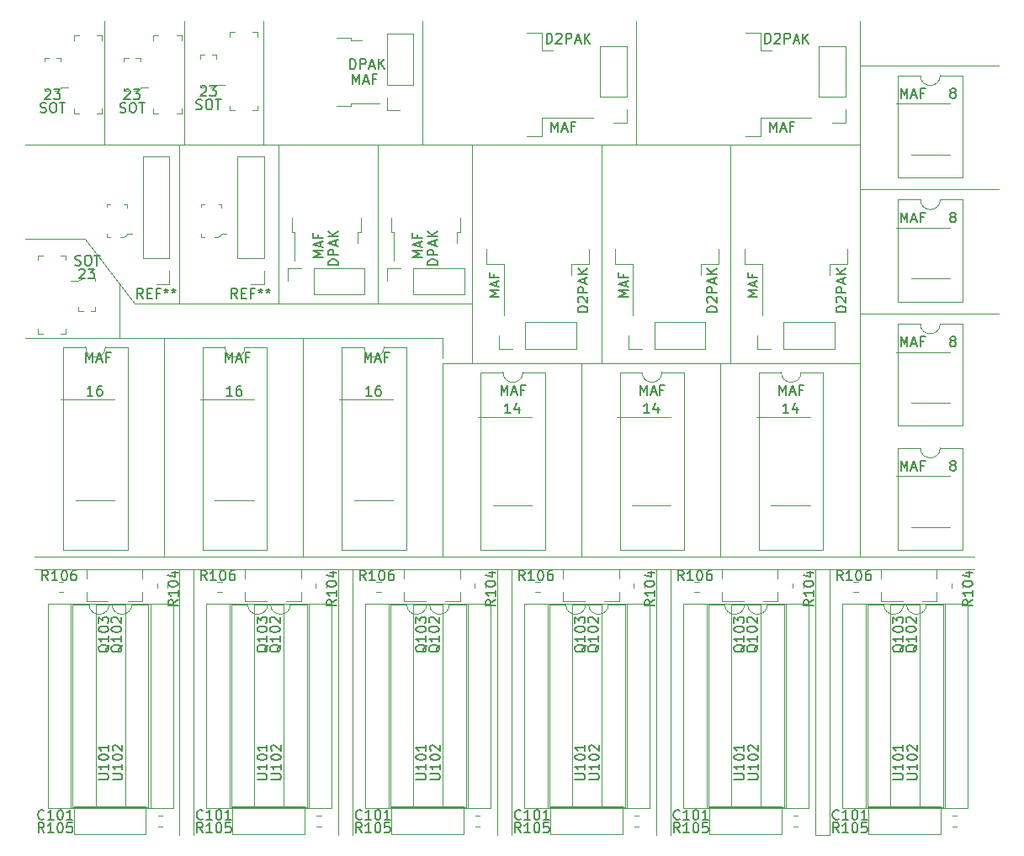
<source format=gbr>
%TF.GenerationSoftware,KiCad,Pcbnew,5.1.10-88a1d61d58~88~ubuntu18.04.1*%
%TF.CreationDate,2021-06-05T11:20:38+02:00*%
%TF.ProjectId,panel2,70616e65-6c32-42e6-9b69-6361645f7063,rev?*%
%TF.SameCoordinates,Original*%
%TF.FileFunction,Legend,Top*%
%TF.FilePolarity,Positive*%
%FSLAX46Y46*%
G04 Gerber Fmt 4.6, Leading zero omitted, Abs format (unit mm)*
G04 Created by KiCad (PCBNEW 5.1.10-88a1d61d58~88~ubuntu18.04.1) date 2021-06-05 11:20:38*
%MOMM*%
%LPD*%
G01*
G04 APERTURE LIST*
%ADD10C,0.120000*%
%ADD11C,0.100000*%
%ADD12C,0.150000*%
G04 APERTURE END LIST*
D10*
X183000000Y-42500000D02*
X197000000Y-42500000D01*
X160500000Y-38000000D02*
X160500000Y-50500000D01*
X139000000Y-38000000D02*
X139000000Y-50500000D01*
X107000000Y-38000000D02*
X107000000Y-50500000D01*
X115000000Y-38000000D02*
X115000000Y-50500000D01*
X123000000Y-38000000D02*
X123000000Y-50500000D01*
X134500000Y-50500000D02*
X134500000Y-66500000D01*
X124500000Y-50500000D02*
X124500000Y-66500000D01*
X114500000Y-50500000D02*
X114500000Y-66500000D01*
X108500000Y-64500000D02*
X108500000Y-70000000D01*
X105000000Y-60000000D02*
X99000000Y-60000000D01*
X110000000Y-66500000D02*
X105000000Y-60000000D01*
X144000000Y-66500000D02*
X110000000Y-66500000D01*
X144000000Y-50500000D02*
X144000000Y-72500000D01*
X157000000Y-50500000D02*
X157000000Y-72500000D01*
X170000000Y-50500000D02*
X170000000Y-72500000D01*
X183000000Y-50500000D02*
X99000000Y-50500000D01*
X113000000Y-70000000D02*
X113000000Y-92000000D01*
X127000000Y-70000000D02*
X127000000Y-92000000D01*
X141000000Y-70000000D02*
X99000000Y-70000000D01*
X141000000Y-72000000D02*
X141000000Y-70000000D01*
X169000000Y-92000000D02*
X169500000Y-92000000D01*
X169000000Y-72500000D02*
X169000000Y-92000000D01*
X155000000Y-72500000D02*
X155000000Y-92000000D01*
X141000000Y-72500000D02*
X141000000Y-92000000D01*
X183000000Y-72500000D02*
X141000000Y-72500000D01*
X183000000Y-67500000D02*
X197000000Y-67500000D01*
X183000000Y-55000000D02*
X197000000Y-55000000D01*
X183000000Y-92000000D02*
X183000000Y-38000000D01*
X194500000Y-92000000D02*
X183000000Y-92000000D01*
X100000000Y-92000000D02*
X194500000Y-92000000D01*
X114500000Y-93250000D02*
X100000000Y-93250000D01*
X114500000Y-120000000D02*
X114500000Y-93250000D01*
X116000000Y-93250000D02*
X116000000Y-120000000D01*
X130500000Y-93250000D02*
X116000000Y-93250000D01*
X130500000Y-120000000D02*
X130500000Y-93250000D01*
X132000000Y-93250000D02*
X132000000Y-120000000D01*
X146500000Y-93250000D02*
X132000000Y-93250000D01*
X146500000Y-120000000D02*
X146500000Y-93250000D01*
X148000000Y-93250000D02*
X148000000Y-120000000D01*
X162500000Y-120000000D02*
X162500000Y-93250000D01*
X164000000Y-93250000D02*
X164000000Y-120000000D01*
X164000000Y-93250000D02*
X162500000Y-93250000D01*
X194500000Y-93250000D02*
X180000000Y-93200000D01*
X178500000Y-93250000D02*
X178500000Y-93200000D01*
X180000000Y-120000000D02*
X178500000Y-120000000D01*
X194500000Y-93250000D02*
X180000000Y-93200000D01*
X180000000Y-120000000D02*
X180000000Y-93200000D01*
X178500000Y-93200000D02*
X180000000Y-93200000D01*
X178500000Y-119900000D02*
X178500000Y-93200000D01*
X100000000Y-93250000D02*
X194500000Y-93250000D01*
D11*
%TO.C,23*%
X103066000Y-69524000D02*
X103066000Y-69024000D01*
X103066000Y-69524000D02*
X102566000Y-69524000D01*
X103066000Y-61624000D02*
X103066000Y-62124000D01*
X103066000Y-61624000D02*
X102566000Y-61624000D01*
X100266000Y-61624000D02*
X100766000Y-61624000D01*
X100266000Y-61624000D02*
X100266000Y-62124000D01*
X100266000Y-69524000D02*
X100266000Y-69024000D01*
X100266000Y-69524000D02*
X100766000Y-69524000D01*
%TO.C,SOT*%
X106047000Y-63914000D02*
X106047000Y-64214000D01*
X105672000Y-63914000D02*
X106047000Y-63914000D01*
X106047000Y-67214000D02*
X105597000Y-67214000D01*
X106047000Y-66914000D02*
X106047000Y-67214000D01*
X106047000Y-66989000D02*
X106047000Y-66864000D01*
X104397000Y-67214000D02*
X104397000Y-66864000D01*
X104872000Y-67214000D02*
X104397000Y-67214000D01*
X104397000Y-64239000D02*
X103622000Y-64239000D01*
X104397000Y-64189000D02*
X104397000Y-64239000D01*
X104772000Y-63914000D02*
X104397000Y-64189000D01*
X105047000Y-63914000D02*
X104772000Y-63914000D01*
%TO.C,23*%
X103934000Y-39476000D02*
X103934000Y-39976000D01*
X103934000Y-39476000D02*
X104434000Y-39476000D01*
X103934000Y-47376000D02*
X103934000Y-46876000D01*
X103934000Y-47376000D02*
X104434000Y-47376000D01*
X106734000Y-47376000D02*
X106234000Y-47376000D01*
X106734000Y-47376000D02*
X106734000Y-46876000D01*
X106734000Y-39476000D02*
X106734000Y-39976000D01*
X106734000Y-39476000D02*
X106234000Y-39476000D01*
%TO.C,SOT*%
X100953000Y-45086000D02*
X100953000Y-44786000D01*
X101328000Y-45086000D02*
X100953000Y-45086000D01*
X100953000Y-41786000D02*
X101403000Y-41786000D01*
X100953000Y-42086000D02*
X100953000Y-41786000D01*
X100953000Y-42011000D02*
X100953000Y-42136000D01*
X102603000Y-41786000D02*
X102603000Y-42136000D01*
X102128000Y-41786000D02*
X102603000Y-41786000D01*
X102603000Y-44761000D02*
X103378000Y-44761000D01*
X102603000Y-44811000D02*
X102603000Y-44761000D01*
X102228000Y-45086000D02*
X102603000Y-44811000D01*
X101953000Y-45086000D02*
X102228000Y-45086000D01*
%TO.C,23*%
X111934000Y-39476000D02*
X111934000Y-39976000D01*
X111934000Y-39476000D02*
X112434000Y-39476000D01*
X111934000Y-47376000D02*
X111934000Y-46876000D01*
X111934000Y-47376000D02*
X112434000Y-47376000D01*
X114734000Y-47376000D02*
X114234000Y-47376000D01*
X114734000Y-47376000D02*
X114734000Y-46876000D01*
X114734000Y-39476000D02*
X114734000Y-39976000D01*
X114734000Y-39476000D02*
X114234000Y-39476000D01*
%TO.C,SOT*%
X108953000Y-45086000D02*
X108953000Y-44786000D01*
X109328000Y-45086000D02*
X108953000Y-45086000D01*
X108953000Y-41786000D02*
X109403000Y-41786000D01*
X108953000Y-42086000D02*
X108953000Y-41786000D01*
X108953000Y-42011000D02*
X108953000Y-42136000D01*
X110603000Y-41786000D02*
X110603000Y-42136000D01*
X110128000Y-41786000D02*
X110603000Y-41786000D01*
X110603000Y-44761000D02*
X111378000Y-44761000D01*
X110603000Y-44811000D02*
X110603000Y-44761000D01*
X110228000Y-45086000D02*
X110603000Y-44811000D01*
X109953000Y-45086000D02*
X110228000Y-45086000D01*
D10*
%TO.C,REF\u002A\u002A*%
X113530000Y-64530000D02*
X112200000Y-64530000D01*
X113530000Y-63200000D02*
X113530000Y-64530000D01*
X113530000Y-61930000D02*
X110870000Y-61930000D01*
X110870000Y-61930000D02*
X110870000Y-51710000D01*
X113530000Y-61930000D02*
X113530000Y-51710000D01*
X113530000Y-51710000D02*
X110870000Y-51710000D01*
D11*
%TO.C, *%
X107263000Y-59445000D02*
X107263000Y-59770000D01*
X107263000Y-59770000D02*
X107563000Y-59770000D01*
X109263000Y-56795000D02*
X109263000Y-56470000D01*
X109263000Y-56470000D02*
X108963000Y-56470000D01*
X107263000Y-56770000D02*
X107263000Y-56470000D01*
X107263000Y-56470000D02*
X107588000Y-56470000D01*
X108938000Y-59770000D02*
X109263000Y-59545000D01*
X109263000Y-59545000D02*
X109263000Y-59445000D01*
X109263000Y-59445000D02*
X109788000Y-59445000D01*
X108938000Y-59770000D02*
X108563000Y-59770000D01*
D10*
%TO.C,REF\u002A\u002A*%
X123030000Y-64530000D02*
X121700000Y-64530000D01*
X123030000Y-63200000D02*
X123030000Y-64530000D01*
X123030000Y-61930000D02*
X120370000Y-61930000D01*
X120370000Y-61930000D02*
X120370000Y-51710000D01*
X123030000Y-61930000D02*
X123030000Y-51710000D01*
X123030000Y-51710000D02*
X120370000Y-51710000D01*
D11*
%TO.C, *%
X116763000Y-59445000D02*
X116763000Y-59770000D01*
X116763000Y-59770000D02*
X117063000Y-59770000D01*
X118763000Y-56795000D02*
X118763000Y-56470000D01*
X118763000Y-56470000D02*
X118463000Y-56470000D01*
X116763000Y-56770000D02*
X116763000Y-56470000D01*
X116763000Y-56470000D02*
X117088000Y-56470000D01*
X118438000Y-59770000D02*
X118763000Y-59545000D01*
X118763000Y-59545000D02*
X118763000Y-59445000D01*
X118763000Y-59445000D02*
X119288000Y-59445000D01*
X118438000Y-59770000D02*
X118063000Y-59770000D01*
D10*
%TO.C,DPAK*%
X130326000Y-46632000D02*
X131826000Y-46632000D01*
X131826000Y-46632000D02*
X131826000Y-46362000D01*
X131826000Y-46362000D02*
X134656000Y-46362000D01*
X130326000Y-39732000D02*
X131826000Y-39732000D01*
X131826000Y-39732000D02*
X131826000Y-40002000D01*
X131826000Y-40002000D02*
X132926000Y-40002000D01*
%TO.C,MAF*%
X138052000Y-44452000D02*
X135392000Y-44452000D01*
X138052000Y-44452000D02*
X138052000Y-39312000D01*
X138052000Y-39312000D02*
X135392000Y-39312000D01*
X135392000Y-44452000D02*
X135392000Y-39312000D01*
X135392000Y-47052000D02*
X135392000Y-45722000D01*
X136722000Y-47052000D02*
X135392000Y-47052000D01*
%TO.C,DPAK*%
X125868000Y-57826000D02*
X125868000Y-59326000D01*
X125868000Y-59326000D02*
X126138000Y-59326000D01*
X126138000Y-59326000D02*
X126138000Y-62156000D01*
X132768000Y-57826000D02*
X132768000Y-59326000D01*
X132768000Y-59326000D02*
X132498000Y-59326000D01*
X132498000Y-59326000D02*
X132498000Y-60426000D01*
%TO.C,MAF*%
X128048000Y-65552000D02*
X128048000Y-62892000D01*
X128048000Y-65552000D02*
X133188000Y-65552000D01*
X133188000Y-65552000D02*
X133188000Y-62892000D01*
X128048000Y-62892000D02*
X133188000Y-62892000D01*
X125448000Y-62892000D02*
X126778000Y-62892000D01*
X125448000Y-64222000D02*
X125448000Y-62892000D01*
%TO.C,DPAK*%
X135868000Y-57826000D02*
X135868000Y-59326000D01*
X135868000Y-59326000D02*
X136138000Y-59326000D01*
X136138000Y-59326000D02*
X136138000Y-62156000D01*
X142768000Y-57826000D02*
X142768000Y-59326000D01*
X142768000Y-59326000D02*
X142498000Y-59326000D01*
X142498000Y-59326000D02*
X142498000Y-60426000D01*
%TO.C,MAF*%
X138048000Y-65552000D02*
X138048000Y-62892000D01*
X138048000Y-65552000D02*
X143188000Y-65552000D01*
X143188000Y-65552000D02*
X143188000Y-62892000D01*
X138048000Y-62892000D02*
X143188000Y-62892000D01*
X135448000Y-62892000D02*
X136778000Y-62892000D01*
X135448000Y-64222000D02*
X135448000Y-62892000D01*
%TO.C,D2PAK*%
X159552000Y-40542000D02*
X156892000Y-40542000D01*
X159552000Y-45682000D02*
X159552000Y-40542000D01*
X156892000Y-45682000D02*
X156892000Y-40542000D01*
X159552000Y-45682000D02*
X156892000Y-45682000D01*
X159552000Y-46952000D02*
X159552000Y-48282000D01*
X159552000Y-48282000D02*
X158222000Y-48282000D01*
%TO.C,MAF*%
X149512000Y-49612000D02*
X151012000Y-49612000D01*
X151012000Y-49612000D02*
X151012000Y-47802000D01*
X151012000Y-47802000D02*
X156137000Y-47802000D01*
X149512000Y-39212000D02*
X151012000Y-39212000D01*
X151012000Y-39212000D02*
X151012000Y-41022000D01*
X151012000Y-41022000D02*
X152112000Y-41022000D01*
%TO.C,D2PAK*%
X181552000Y-40542000D02*
X178892000Y-40542000D01*
X181552000Y-45682000D02*
X181552000Y-40542000D01*
X178892000Y-45682000D02*
X178892000Y-40542000D01*
X181552000Y-45682000D02*
X178892000Y-45682000D01*
X181552000Y-46952000D02*
X181552000Y-48282000D01*
X181552000Y-48282000D02*
X180222000Y-48282000D01*
%TO.C,MAF*%
X171512000Y-49612000D02*
X173012000Y-49612000D01*
X173012000Y-49612000D02*
X173012000Y-47802000D01*
X173012000Y-47802000D02*
X178137000Y-47802000D01*
X171512000Y-39212000D02*
X173012000Y-39212000D01*
X173012000Y-39212000D02*
X173012000Y-41022000D01*
X173012000Y-41022000D02*
X174112000Y-41022000D01*
%TO.C,D2PAK*%
X154458000Y-71052000D02*
X154458000Y-68392000D01*
X149318000Y-71052000D02*
X154458000Y-71052000D01*
X149318000Y-68392000D02*
X154458000Y-68392000D01*
X149318000Y-71052000D02*
X149318000Y-68392000D01*
X148048000Y-71052000D02*
X146718000Y-71052000D01*
X146718000Y-71052000D02*
X146718000Y-69722000D01*
%TO.C,MAF*%
X145388000Y-61012000D02*
X145388000Y-62512000D01*
X145388000Y-62512000D02*
X147198000Y-62512000D01*
X147198000Y-62512000D02*
X147198000Y-67637000D01*
X155788000Y-61012000D02*
X155788000Y-62512000D01*
X155788000Y-62512000D02*
X153978000Y-62512000D01*
X153978000Y-62512000D02*
X153978000Y-63612000D01*
%TO.C,D2PAK*%
X167458000Y-71052000D02*
X167458000Y-68392000D01*
X162318000Y-71052000D02*
X167458000Y-71052000D01*
X162318000Y-68392000D02*
X167458000Y-68392000D01*
X162318000Y-71052000D02*
X162318000Y-68392000D01*
X161048000Y-71052000D02*
X159718000Y-71052000D01*
X159718000Y-71052000D02*
X159718000Y-69722000D01*
%TO.C,MAF*%
X158388000Y-61012000D02*
X158388000Y-62512000D01*
X158388000Y-62512000D02*
X160198000Y-62512000D01*
X160198000Y-62512000D02*
X160198000Y-67637000D01*
X168788000Y-61012000D02*
X168788000Y-62512000D01*
X168788000Y-62512000D02*
X166978000Y-62512000D01*
X166978000Y-62512000D02*
X166978000Y-63612000D01*
%TO.C,D2PAK*%
X180458000Y-71052000D02*
X180458000Y-68392000D01*
X175318000Y-71052000D02*
X180458000Y-71052000D01*
X175318000Y-68392000D02*
X180458000Y-68392000D01*
X175318000Y-71052000D02*
X175318000Y-68392000D01*
X174048000Y-71052000D02*
X172718000Y-71052000D01*
X172718000Y-71052000D02*
X172718000Y-69722000D01*
%TO.C,MAF*%
X171388000Y-61012000D02*
X171388000Y-62512000D01*
X171388000Y-62512000D02*
X173198000Y-62512000D01*
X173198000Y-62512000D02*
X173198000Y-67637000D01*
X181788000Y-61012000D02*
X181788000Y-62512000D01*
X181788000Y-62512000D02*
X179978000Y-62512000D01*
X179978000Y-62512000D02*
X179978000Y-63612000D01*
%TO.C,8*%
X190096000Y-46360000D02*
X186646000Y-46360000D01*
X190096000Y-46360000D02*
X192046000Y-46360000D01*
X190096000Y-51480000D02*
X188146000Y-51480000D01*
X190096000Y-51480000D02*
X192046000Y-51480000D01*
%TO.C,MAF*%
X193331000Y-43526000D02*
X191096000Y-43526000D01*
X193331000Y-53806000D02*
X193331000Y-43526000D01*
X186861000Y-53806000D02*
X193331000Y-53806000D01*
X186861000Y-43526000D02*
X186861000Y-53806000D01*
X189096000Y-43526000D02*
X186861000Y-43526000D01*
X191096000Y-43526000D02*
G75*
G02*
X189096000Y-43526000I-1000000J0D01*
G01*
%TO.C,8*%
X190096000Y-58860000D02*
X186646000Y-58860000D01*
X190096000Y-58860000D02*
X192046000Y-58860000D01*
X190096000Y-63980000D02*
X188146000Y-63980000D01*
X190096000Y-63980000D02*
X192046000Y-63980000D01*
%TO.C,MAF*%
X193331000Y-56026000D02*
X191096000Y-56026000D01*
X193331000Y-66306000D02*
X193331000Y-56026000D01*
X186861000Y-66306000D02*
X193331000Y-66306000D01*
X186861000Y-56026000D02*
X186861000Y-66306000D01*
X189096000Y-56026000D02*
X186861000Y-56026000D01*
X191096000Y-56026000D02*
G75*
G02*
X189096000Y-56026000I-1000000J0D01*
G01*
%TO.C,8*%
X190096000Y-71360000D02*
X186646000Y-71360000D01*
X190096000Y-71360000D02*
X192046000Y-71360000D01*
X190096000Y-76480000D02*
X188146000Y-76480000D01*
X190096000Y-76480000D02*
X192046000Y-76480000D01*
%TO.C,MAF*%
X193331000Y-68526000D02*
X191096000Y-68526000D01*
X193331000Y-78806000D02*
X193331000Y-68526000D01*
X186861000Y-78806000D02*
X193331000Y-78806000D01*
X186861000Y-68526000D02*
X186861000Y-78806000D01*
X189096000Y-68526000D02*
X186861000Y-68526000D01*
X191096000Y-68526000D02*
G75*
G02*
X189096000Y-68526000I-1000000J0D01*
G01*
%TO.C,8*%
X190096000Y-83860000D02*
X186646000Y-83860000D01*
X190096000Y-83860000D02*
X192046000Y-83860000D01*
X190096000Y-88980000D02*
X188146000Y-88980000D01*
X190096000Y-88980000D02*
X192046000Y-88980000D01*
%TO.C,MAF*%
X193331000Y-81026000D02*
X191096000Y-81026000D01*
X193331000Y-91306000D02*
X193331000Y-81026000D01*
X186861000Y-91306000D02*
X193331000Y-91306000D01*
X186861000Y-81026000D02*
X186861000Y-91306000D01*
X189096000Y-81026000D02*
X186861000Y-81026000D01*
X191096000Y-81026000D02*
G75*
G02*
X189096000Y-81026000I-1000000J0D01*
G01*
%TO.C,14*%
X176031000Y-86791000D02*
X177981000Y-86791000D01*
X176031000Y-86791000D02*
X174081000Y-86791000D01*
X176031000Y-77921000D02*
X177981000Y-77921000D01*
X176031000Y-77921000D02*
X172581000Y-77921000D01*
%TO.C,MAF*%
X175096000Y-73406000D02*
X172861000Y-73406000D01*
X172861000Y-73406000D02*
X172861000Y-91306000D01*
X172861000Y-91306000D02*
X179331000Y-91306000D01*
X179331000Y-91306000D02*
X179331000Y-73406000D01*
X179331000Y-73406000D02*
X177096000Y-73406000D01*
X177096000Y-73406000D02*
G75*
G02*
X175096000Y-73406000I-1000000J0D01*
G01*
%TO.C,14*%
X162031000Y-86791000D02*
X163981000Y-86791000D01*
X162031000Y-86791000D02*
X160081000Y-86791000D01*
X162031000Y-77921000D02*
X163981000Y-77921000D01*
X162031000Y-77921000D02*
X158581000Y-77921000D01*
%TO.C,MAF*%
X161096000Y-73406000D02*
X158861000Y-73406000D01*
X158861000Y-73406000D02*
X158861000Y-91306000D01*
X158861000Y-91306000D02*
X165331000Y-91306000D01*
X165331000Y-91306000D02*
X165331000Y-73406000D01*
X165331000Y-73406000D02*
X163096000Y-73406000D01*
X163096000Y-73406000D02*
G75*
G02*
X161096000Y-73406000I-1000000J0D01*
G01*
%TO.C,14*%
X148031000Y-86791000D02*
X149981000Y-86791000D01*
X148031000Y-86791000D02*
X146081000Y-86791000D01*
X148031000Y-77921000D02*
X149981000Y-77921000D01*
X148031000Y-77921000D02*
X144581000Y-77921000D01*
%TO.C,MAF*%
X147096000Y-73406000D02*
X144861000Y-73406000D01*
X144861000Y-73406000D02*
X144861000Y-91306000D01*
X144861000Y-91306000D02*
X151331000Y-91306000D01*
X151331000Y-91306000D02*
X151331000Y-73406000D01*
X151331000Y-73406000D02*
X149096000Y-73406000D01*
X149096000Y-73406000D02*
G75*
G02*
X147096000Y-73406000I-1000000J0D01*
G01*
%TO.C,16*%
X134065000Y-76157000D02*
X130615000Y-76157000D01*
X134065000Y-76157000D02*
X136015000Y-76157000D01*
X134065000Y-86277000D02*
X132115000Y-86277000D01*
X134065000Y-86277000D02*
X136015000Y-86277000D01*
%TO.C,MAF*%
X137365000Y-70870000D02*
X135130000Y-70870000D01*
X137365000Y-91310000D02*
X137365000Y-70870000D01*
X130895000Y-91310000D02*
X137365000Y-91310000D01*
X130895000Y-70870000D02*
X130895000Y-91310000D01*
X133130000Y-70870000D02*
X130895000Y-70870000D01*
X135130000Y-70870000D02*
G75*
G02*
X133130000Y-70870000I-1000000J0D01*
G01*
%TO.C,16*%
X120065000Y-76157000D02*
X116615000Y-76157000D01*
X120065000Y-76157000D02*
X122015000Y-76157000D01*
X120065000Y-86277000D02*
X118115000Y-86277000D01*
X120065000Y-86277000D02*
X122015000Y-86277000D01*
%TO.C,MAF*%
X123365000Y-70870000D02*
X121130000Y-70870000D01*
X123365000Y-91310000D02*
X123365000Y-70870000D01*
X116895000Y-91310000D02*
X123365000Y-91310000D01*
X116895000Y-70870000D02*
X116895000Y-91310000D01*
X119130000Y-70870000D02*
X116895000Y-70870000D01*
X121130000Y-70870000D02*
G75*
G02*
X119130000Y-70870000I-1000000J0D01*
G01*
X109331000Y-70866000D02*
X107096000Y-70866000D01*
X109331000Y-91306000D02*
X109331000Y-70866000D01*
X102861000Y-91306000D02*
X109331000Y-91306000D01*
X102861000Y-70866000D02*
X102861000Y-91306000D01*
X105096000Y-70866000D02*
X102861000Y-70866000D01*
X107096000Y-70866000D02*
G75*
G02*
X105096000Y-70866000I-1000000J0D01*
G01*
%TO.C,16*%
X106031000Y-76153000D02*
X102581000Y-76153000D01*
X106031000Y-76153000D02*
X107981000Y-76153000D01*
X106031000Y-86273000D02*
X104081000Y-86273000D01*
X106031000Y-86273000D02*
X107981000Y-86273000D01*
D11*
%TO.C,23*%
X119610000Y-39156000D02*
X119610000Y-39656000D01*
X119610000Y-39156000D02*
X120110000Y-39156000D01*
X119610000Y-47056000D02*
X119610000Y-46556000D01*
X119610000Y-47056000D02*
X120110000Y-47056000D01*
X122410000Y-47056000D02*
X121910000Y-47056000D01*
X122410000Y-47056000D02*
X122410000Y-46556000D01*
X122410000Y-39156000D02*
X122410000Y-39656000D01*
X122410000Y-39156000D02*
X121910000Y-39156000D01*
%TO.C,SOT*%
X116629000Y-44766000D02*
X116629000Y-44466000D01*
X117004000Y-44766000D02*
X116629000Y-44766000D01*
X116629000Y-41466000D02*
X117079000Y-41466000D01*
X116629000Y-41766000D02*
X116629000Y-41466000D01*
X116629000Y-41691000D02*
X116629000Y-41816000D01*
X118279000Y-41466000D02*
X118279000Y-41816000D01*
X117804000Y-41466000D02*
X118279000Y-41466000D01*
X118279000Y-44441000D02*
X119054000Y-44441000D01*
X118279000Y-44491000D02*
X118279000Y-44441000D01*
X117904000Y-44766000D02*
X118279000Y-44491000D01*
X117629000Y-44766000D02*
X117904000Y-44766000D01*
D10*
%TO.C,R105*%
X192312742Y-119122500D02*
X192787258Y-119122500D01*
X192312742Y-118077500D02*
X192787258Y-118077500D01*
%TO.C,R106*%
X182337742Y-94477500D02*
X182812258Y-94477500D01*
X182337742Y-95522500D02*
X182812258Y-95522500D01*
%TO.C,U102*%
X187710000Y-96770000D02*
X186060000Y-96770000D01*
X186060000Y-96770000D02*
X186060000Y-117210000D01*
X186060000Y-117210000D02*
X191360000Y-117210000D01*
X191360000Y-117210000D02*
X191360000Y-96770000D01*
X191360000Y-96770000D02*
X189710000Y-96770000D01*
X183570000Y-96710000D02*
X183570000Y-117270000D01*
X183570000Y-117270000D02*
X193850000Y-117270000D01*
X193850000Y-117270000D02*
X193850000Y-96710000D01*
X193850000Y-96710000D02*
X183570000Y-96710000D01*
X189710000Y-96770000D02*
G75*
G02*
X187710000Y-96770000I-1000000J0D01*
G01*
%TO.C,U101*%
X185410000Y-96770000D02*
X183760000Y-96770000D01*
X183760000Y-96770000D02*
X183760000Y-117210000D01*
X183760000Y-117210000D02*
X189060000Y-117210000D01*
X189060000Y-117210000D02*
X189060000Y-96770000D01*
X189060000Y-96770000D02*
X187410000Y-96770000D01*
X181270000Y-96710000D02*
X181270000Y-117270000D01*
X181270000Y-117270000D02*
X191550000Y-117270000D01*
X191550000Y-117270000D02*
X191550000Y-96710000D01*
X191550000Y-96710000D02*
X181270000Y-96710000D01*
X187410000Y-96770000D02*
G75*
G02*
X185410000Y-96770000I-1000000J0D01*
G01*
%TO.C,C101*%
X191120000Y-119870000D02*
X183880000Y-119870000D01*
X191120000Y-117130000D02*
X183880000Y-117130000D01*
X191120000Y-119870000D02*
X191120000Y-117130000D01*
X183880000Y-119870000D02*
X183880000Y-117130000D01*
%TO.C,R104*%
X192277500Y-95137258D02*
X192277500Y-94662742D01*
X193322500Y-95137258D02*
X193322500Y-94662742D01*
%TO.C,Q103*%
X185140000Y-93270000D02*
X185140000Y-94200000D01*
X185140000Y-96430000D02*
X185140000Y-95500000D01*
X185140000Y-96430000D02*
X187300000Y-96430000D01*
X185140000Y-93270000D02*
X186600000Y-93270000D01*
%TO.C,Q102*%
X190760000Y-96430000D02*
X190760000Y-95500000D01*
X190760000Y-93270000D02*
X190760000Y-94200000D01*
X190760000Y-93270000D02*
X188600000Y-93270000D01*
X190760000Y-96430000D02*
X189300000Y-96430000D01*
%TO.C,R105*%
X176312742Y-119122500D02*
X176787258Y-119122500D01*
X176312742Y-118077500D02*
X176787258Y-118077500D01*
%TO.C,R106*%
X166337742Y-94477500D02*
X166812258Y-94477500D01*
X166337742Y-95522500D02*
X166812258Y-95522500D01*
%TO.C,U102*%
X171710000Y-96770000D02*
X170060000Y-96770000D01*
X170060000Y-96770000D02*
X170060000Y-117210000D01*
X170060000Y-117210000D02*
X175360000Y-117210000D01*
X175360000Y-117210000D02*
X175360000Y-96770000D01*
X175360000Y-96770000D02*
X173710000Y-96770000D01*
X167570000Y-96710000D02*
X167570000Y-117270000D01*
X167570000Y-117270000D02*
X177850000Y-117270000D01*
X177850000Y-117270000D02*
X177850000Y-96710000D01*
X177850000Y-96710000D02*
X167570000Y-96710000D01*
X173710000Y-96770000D02*
G75*
G02*
X171710000Y-96770000I-1000000J0D01*
G01*
%TO.C,U101*%
X169410000Y-96770000D02*
X167760000Y-96770000D01*
X167760000Y-96770000D02*
X167760000Y-117210000D01*
X167760000Y-117210000D02*
X173060000Y-117210000D01*
X173060000Y-117210000D02*
X173060000Y-96770000D01*
X173060000Y-96770000D02*
X171410000Y-96770000D01*
X165270000Y-96710000D02*
X165270000Y-117270000D01*
X165270000Y-117270000D02*
X175550000Y-117270000D01*
X175550000Y-117270000D02*
X175550000Y-96710000D01*
X175550000Y-96710000D02*
X165270000Y-96710000D01*
X171410000Y-96770000D02*
G75*
G02*
X169410000Y-96770000I-1000000J0D01*
G01*
%TO.C,C101*%
X175120000Y-119870000D02*
X167880000Y-119870000D01*
X175120000Y-117130000D02*
X167880000Y-117130000D01*
X175120000Y-119870000D02*
X175120000Y-117130000D01*
X167880000Y-119870000D02*
X167880000Y-117130000D01*
%TO.C,R104*%
X176277500Y-95137258D02*
X176277500Y-94662742D01*
X177322500Y-95137258D02*
X177322500Y-94662742D01*
%TO.C,Q103*%
X169140000Y-93270000D02*
X169140000Y-94200000D01*
X169140000Y-96430000D02*
X169140000Y-95500000D01*
X169140000Y-96430000D02*
X171300000Y-96430000D01*
X169140000Y-93270000D02*
X170600000Y-93270000D01*
%TO.C,Q102*%
X174760000Y-96430000D02*
X174760000Y-95500000D01*
X174760000Y-93270000D02*
X174760000Y-94200000D01*
X174760000Y-93270000D02*
X172600000Y-93270000D01*
X174760000Y-96430000D02*
X173300000Y-96430000D01*
%TO.C,R105*%
X160312742Y-119122500D02*
X160787258Y-119122500D01*
X160312742Y-118077500D02*
X160787258Y-118077500D01*
%TO.C,R106*%
X150337742Y-94477500D02*
X150812258Y-94477500D01*
X150337742Y-95522500D02*
X150812258Y-95522500D01*
%TO.C,U102*%
X155710000Y-96770000D02*
X154060000Y-96770000D01*
X154060000Y-96770000D02*
X154060000Y-117210000D01*
X154060000Y-117210000D02*
X159360000Y-117210000D01*
X159360000Y-117210000D02*
X159360000Y-96770000D01*
X159360000Y-96770000D02*
X157710000Y-96770000D01*
X151570000Y-96710000D02*
X151570000Y-117270000D01*
X151570000Y-117270000D02*
X161850000Y-117270000D01*
X161850000Y-117270000D02*
X161850000Y-96710000D01*
X161850000Y-96710000D02*
X151570000Y-96710000D01*
X157710000Y-96770000D02*
G75*
G02*
X155710000Y-96770000I-1000000J0D01*
G01*
%TO.C,U101*%
X153410000Y-96770000D02*
X151760000Y-96770000D01*
X151760000Y-96770000D02*
X151760000Y-117210000D01*
X151760000Y-117210000D02*
X157060000Y-117210000D01*
X157060000Y-117210000D02*
X157060000Y-96770000D01*
X157060000Y-96770000D02*
X155410000Y-96770000D01*
X149270000Y-96710000D02*
X149270000Y-117270000D01*
X149270000Y-117270000D02*
X159550000Y-117270000D01*
X159550000Y-117270000D02*
X159550000Y-96710000D01*
X159550000Y-96710000D02*
X149270000Y-96710000D01*
X155410000Y-96770000D02*
G75*
G02*
X153410000Y-96770000I-1000000J0D01*
G01*
%TO.C,C101*%
X159120000Y-119870000D02*
X151880000Y-119870000D01*
X159120000Y-117130000D02*
X151880000Y-117130000D01*
X159120000Y-119870000D02*
X159120000Y-117130000D01*
X151880000Y-119870000D02*
X151880000Y-117130000D01*
%TO.C,R104*%
X160277500Y-95137258D02*
X160277500Y-94662742D01*
X161322500Y-95137258D02*
X161322500Y-94662742D01*
%TO.C,Q103*%
X153140000Y-93270000D02*
X153140000Y-94200000D01*
X153140000Y-96430000D02*
X153140000Y-95500000D01*
X153140000Y-96430000D02*
X155300000Y-96430000D01*
X153140000Y-93270000D02*
X154600000Y-93270000D01*
%TO.C,Q102*%
X158760000Y-96430000D02*
X158760000Y-95500000D01*
X158760000Y-93270000D02*
X158760000Y-94200000D01*
X158760000Y-93270000D02*
X156600000Y-93270000D01*
X158760000Y-96430000D02*
X157300000Y-96430000D01*
%TO.C,R105*%
X144312742Y-119122500D02*
X144787258Y-119122500D01*
X144312742Y-118077500D02*
X144787258Y-118077500D01*
%TO.C,R106*%
X134337742Y-94477500D02*
X134812258Y-94477500D01*
X134337742Y-95522500D02*
X134812258Y-95522500D01*
%TO.C,U102*%
X139710000Y-96770000D02*
X138060000Y-96770000D01*
X138060000Y-96770000D02*
X138060000Y-117210000D01*
X138060000Y-117210000D02*
X143360000Y-117210000D01*
X143360000Y-117210000D02*
X143360000Y-96770000D01*
X143360000Y-96770000D02*
X141710000Y-96770000D01*
X135570000Y-96710000D02*
X135570000Y-117270000D01*
X135570000Y-117270000D02*
X145850000Y-117270000D01*
X145850000Y-117270000D02*
X145850000Y-96710000D01*
X145850000Y-96710000D02*
X135570000Y-96710000D01*
X141710000Y-96770000D02*
G75*
G02*
X139710000Y-96770000I-1000000J0D01*
G01*
%TO.C,U101*%
X137410000Y-96770000D02*
X135760000Y-96770000D01*
X135760000Y-96770000D02*
X135760000Y-117210000D01*
X135760000Y-117210000D02*
X141060000Y-117210000D01*
X141060000Y-117210000D02*
X141060000Y-96770000D01*
X141060000Y-96770000D02*
X139410000Y-96770000D01*
X133270000Y-96710000D02*
X133270000Y-117270000D01*
X133270000Y-117270000D02*
X143550000Y-117270000D01*
X143550000Y-117270000D02*
X143550000Y-96710000D01*
X143550000Y-96710000D02*
X133270000Y-96710000D01*
X139410000Y-96770000D02*
G75*
G02*
X137410000Y-96770000I-1000000J0D01*
G01*
%TO.C,C101*%
X143120000Y-119870000D02*
X135880000Y-119870000D01*
X143120000Y-117130000D02*
X135880000Y-117130000D01*
X143120000Y-119870000D02*
X143120000Y-117130000D01*
X135880000Y-119870000D02*
X135880000Y-117130000D01*
%TO.C,R104*%
X144277500Y-95137258D02*
X144277500Y-94662742D01*
X145322500Y-95137258D02*
X145322500Y-94662742D01*
%TO.C,Q103*%
X137140000Y-93270000D02*
X137140000Y-94200000D01*
X137140000Y-96430000D02*
X137140000Y-95500000D01*
X137140000Y-96430000D02*
X139300000Y-96430000D01*
X137140000Y-93270000D02*
X138600000Y-93270000D01*
%TO.C,Q102*%
X142760000Y-96430000D02*
X142760000Y-95500000D01*
X142760000Y-93270000D02*
X142760000Y-94200000D01*
X142760000Y-93270000D02*
X140600000Y-93270000D01*
X142760000Y-96430000D02*
X141300000Y-96430000D01*
%TO.C,R105*%
X128312742Y-119122500D02*
X128787258Y-119122500D01*
X128312742Y-118077500D02*
X128787258Y-118077500D01*
%TO.C,R106*%
X118337742Y-94477500D02*
X118812258Y-94477500D01*
X118337742Y-95522500D02*
X118812258Y-95522500D01*
%TO.C,U102*%
X123710000Y-96770000D02*
X122060000Y-96770000D01*
X122060000Y-96770000D02*
X122060000Y-117210000D01*
X122060000Y-117210000D02*
X127360000Y-117210000D01*
X127360000Y-117210000D02*
X127360000Y-96770000D01*
X127360000Y-96770000D02*
X125710000Y-96770000D01*
X119570000Y-96710000D02*
X119570000Y-117270000D01*
X119570000Y-117270000D02*
X129850000Y-117270000D01*
X129850000Y-117270000D02*
X129850000Y-96710000D01*
X129850000Y-96710000D02*
X119570000Y-96710000D01*
X125710000Y-96770000D02*
G75*
G02*
X123710000Y-96770000I-1000000J0D01*
G01*
%TO.C,U101*%
X121410000Y-96770000D02*
X119760000Y-96770000D01*
X119760000Y-96770000D02*
X119760000Y-117210000D01*
X119760000Y-117210000D02*
X125060000Y-117210000D01*
X125060000Y-117210000D02*
X125060000Y-96770000D01*
X125060000Y-96770000D02*
X123410000Y-96770000D01*
X117270000Y-96710000D02*
X117270000Y-117270000D01*
X117270000Y-117270000D02*
X127550000Y-117270000D01*
X127550000Y-117270000D02*
X127550000Y-96710000D01*
X127550000Y-96710000D02*
X117270000Y-96710000D01*
X123410000Y-96770000D02*
G75*
G02*
X121410000Y-96770000I-1000000J0D01*
G01*
%TO.C,C101*%
X127120000Y-119870000D02*
X119880000Y-119870000D01*
X127120000Y-117130000D02*
X119880000Y-117130000D01*
X127120000Y-119870000D02*
X127120000Y-117130000D01*
X119880000Y-119870000D02*
X119880000Y-117130000D01*
%TO.C,R104*%
X128277500Y-95137258D02*
X128277500Y-94662742D01*
X129322500Y-95137258D02*
X129322500Y-94662742D01*
%TO.C,Q103*%
X121140000Y-93270000D02*
X121140000Y-94200000D01*
X121140000Y-96430000D02*
X121140000Y-95500000D01*
X121140000Y-96430000D02*
X123300000Y-96430000D01*
X121140000Y-93270000D02*
X122600000Y-93270000D01*
%TO.C,Q102*%
X126760000Y-96430000D02*
X126760000Y-95500000D01*
X126760000Y-93270000D02*
X126760000Y-94200000D01*
X126760000Y-93270000D02*
X124600000Y-93270000D01*
X126760000Y-96430000D02*
X125300000Y-96430000D01*
%TO.C,R104*%
X112327500Y-95137258D02*
X112327500Y-94662742D01*
X113372500Y-95137258D02*
X113372500Y-94662742D01*
%TO.C,Q102*%
X110810000Y-96430000D02*
X110810000Y-95500000D01*
X110810000Y-93270000D02*
X110810000Y-94200000D01*
X110810000Y-93270000D02*
X108650000Y-93270000D01*
X110810000Y-96430000D02*
X109350000Y-96430000D01*
%TO.C,Q103*%
X105190000Y-93270000D02*
X105190000Y-94200000D01*
X105190000Y-96430000D02*
X105190000Y-95500000D01*
X105190000Y-96430000D02*
X107350000Y-96430000D01*
X105190000Y-93270000D02*
X106650000Y-93270000D01*
%TO.C,C101*%
X111170000Y-119870000D02*
X103930000Y-119870000D01*
X111170000Y-117130000D02*
X103930000Y-117130000D01*
X111170000Y-119870000D02*
X111170000Y-117130000D01*
X103930000Y-119870000D02*
X103930000Y-117130000D01*
%TO.C,U102*%
X107760000Y-96770000D02*
X106110000Y-96770000D01*
X106110000Y-96770000D02*
X106110000Y-117210000D01*
X106110000Y-117210000D02*
X111410000Y-117210000D01*
X111410000Y-117210000D02*
X111410000Y-96770000D01*
X111410000Y-96770000D02*
X109760000Y-96770000D01*
X103620000Y-96710000D02*
X103620000Y-117270000D01*
X103620000Y-117270000D02*
X113900000Y-117270000D01*
X113900000Y-117270000D02*
X113900000Y-96710000D01*
X113900000Y-96710000D02*
X103620000Y-96710000D01*
X109760000Y-96770000D02*
G75*
G02*
X107760000Y-96770000I-1000000J0D01*
G01*
%TO.C,U101*%
X105460000Y-96770000D02*
X103810000Y-96770000D01*
X103810000Y-96770000D02*
X103810000Y-117210000D01*
X103810000Y-117210000D02*
X109110000Y-117210000D01*
X109110000Y-117210000D02*
X109110000Y-96770000D01*
X109110000Y-96770000D02*
X107460000Y-96770000D01*
X101320000Y-96710000D02*
X101320000Y-117270000D01*
X101320000Y-117270000D02*
X111600000Y-117270000D01*
X111600000Y-117270000D02*
X111600000Y-96710000D01*
X111600000Y-96710000D02*
X101320000Y-96710000D01*
X107460000Y-96770000D02*
G75*
G02*
X105460000Y-96770000I-1000000J0D01*
G01*
%TO.C,R106*%
X102387742Y-94477500D02*
X102862258Y-94477500D01*
X102387742Y-95522500D02*
X102862258Y-95522500D01*
%TO.C,R105*%
X112362742Y-119122500D02*
X112837258Y-119122500D01*
X112362742Y-118077500D02*
X112837258Y-118077500D01*
%TO.C,23*%
D12*
X104460095Y-63079619D02*
X104507714Y-63032000D01*
X104602952Y-62984380D01*
X104841047Y-62984380D01*
X104936285Y-63032000D01*
X104983904Y-63079619D01*
X105031523Y-63174857D01*
X105031523Y-63270095D01*
X104983904Y-63412952D01*
X104412476Y-63984380D01*
X105031523Y-63984380D01*
X105364857Y-62984380D02*
X105983904Y-62984380D01*
X105650571Y-63365333D01*
X105793428Y-63365333D01*
X105888666Y-63412952D01*
X105936285Y-63460571D01*
X105983904Y-63555809D01*
X105983904Y-63793904D01*
X105936285Y-63889142D01*
X105888666Y-63936761D01*
X105793428Y-63984380D01*
X105507714Y-63984380D01*
X105412476Y-63936761D01*
X105364857Y-63889142D01*
%TO.C,SOT*%
X104056523Y-62593761D02*
X104199380Y-62641380D01*
X104437476Y-62641380D01*
X104532714Y-62593761D01*
X104580333Y-62546142D01*
X104627952Y-62450904D01*
X104627952Y-62355666D01*
X104580333Y-62260428D01*
X104532714Y-62212809D01*
X104437476Y-62165190D01*
X104247000Y-62117571D01*
X104151761Y-62069952D01*
X104104142Y-62022333D01*
X104056523Y-61927095D01*
X104056523Y-61831857D01*
X104104142Y-61736619D01*
X104151761Y-61689000D01*
X104247000Y-61641380D01*
X104485095Y-61641380D01*
X104627952Y-61689000D01*
X105247000Y-61641380D02*
X105437476Y-61641380D01*
X105532714Y-61689000D01*
X105627952Y-61784238D01*
X105675571Y-61974714D01*
X105675571Y-62308047D01*
X105627952Y-62498523D01*
X105532714Y-62593761D01*
X105437476Y-62641380D01*
X105247000Y-62641380D01*
X105151761Y-62593761D01*
X105056523Y-62498523D01*
X105008904Y-62308047D01*
X105008904Y-61974714D01*
X105056523Y-61784238D01*
X105151761Y-61689000D01*
X105247000Y-61641380D01*
X105961285Y-61641380D02*
X106532714Y-61641380D01*
X106247000Y-62641380D02*
X106247000Y-61641380D01*
%TO.C,23*%
X101016095Y-45015619D02*
X101063714Y-44968000D01*
X101158952Y-44920380D01*
X101397047Y-44920380D01*
X101492285Y-44968000D01*
X101539904Y-45015619D01*
X101587523Y-45110857D01*
X101587523Y-45206095D01*
X101539904Y-45348952D01*
X100968476Y-45920380D01*
X101587523Y-45920380D01*
X101920857Y-44920380D02*
X102539904Y-44920380D01*
X102206571Y-45301333D01*
X102349428Y-45301333D01*
X102444666Y-45348952D01*
X102492285Y-45396571D01*
X102539904Y-45491809D01*
X102539904Y-45729904D01*
X102492285Y-45825142D01*
X102444666Y-45872761D01*
X102349428Y-45920380D01*
X102063714Y-45920380D01*
X101968476Y-45872761D01*
X101920857Y-45825142D01*
%TO.C,SOT*%
X100562523Y-47215761D02*
X100705380Y-47263380D01*
X100943476Y-47263380D01*
X101038714Y-47215761D01*
X101086333Y-47168142D01*
X101133952Y-47072904D01*
X101133952Y-46977666D01*
X101086333Y-46882428D01*
X101038714Y-46834809D01*
X100943476Y-46787190D01*
X100753000Y-46739571D01*
X100657761Y-46691952D01*
X100610142Y-46644333D01*
X100562523Y-46549095D01*
X100562523Y-46453857D01*
X100610142Y-46358619D01*
X100657761Y-46311000D01*
X100753000Y-46263380D01*
X100991095Y-46263380D01*
X101133952Y-46311000D01*
X101753000Y-46263380D02*
X101943476Y-46263380D01*
X102038714Y-46311000D01*
X102133952Y-46406238D01*
X102181571Y-46596714D01*
X102181571Y-46930047D01*
X102133952Y-47120523D01*
X102038714Y-47215761D01*
X101943476Y-47263380D01*
X101753000Y-47263380D01*
X101657761Y-47215761D01*
X101562523Y-47120523D01*
X101514904Y-46930047D01*
X101514904Y-46596714D01*
X101562523Y-46406238D01*
X101657761Y-46311000D01*
X101753000Y-46263380D01*
X102467285Y-46263380D02*
X103038714Y-46263380D01*
X102753000Y-47263380D02*
X102753000Y-46263380D01*
%TO.C,23*%
X109016095Y-45015619D02*
X109063714Y-44968000D01*
X109158952Y-44920380D01*
X109397047Y-44920380D01*
X109492285Y-44968000D01*
X109539904Y-45015619D01*
X109587523Y-45110857D01*
X109587523Y-45206095D01*
X109539904Y-45348952D01*
X108968476Y-45920380D01*
X109587523Y-45920380D01*
X109920857Y-44920380D02*
X110539904Y-44920380D01*
X110206571Y-45301333D01*
X110349428Y-45301333D01*
X110444666Y-45348952D01*
X110492285Y-45396571D01*
X110539904Y-45491809D01*
X110539904Y-45729904D01*
X110492285Y-45825142D01*
X110444666Y-45872761D01*
X110349428Y-45920380D01*
X110063714Y-45920380D01*
X109968476Y-45872761D01*
X109920857Y-45825142D01*
%TO.C,SOT*%
X108562523Y-47215761D02*
X108705380Y-47263380D01*
X108943476Y-47263380D01*
X109038714Y-47215761D01*
X109086333Y-47168142D01*
X109133952Y-47072904D01*
X109133952Y-46977666D01*
X109086333Y-46882428D01*
X109038714Y-46834809D01*
X108943476Y-46787190D01*
X108753000Y-46739571D01*
X108657761Y-46691952D01*
X108610142Y-46644333D01*
X108562523Y-46549095D01*
X108562523Y-46453857D01*
X108610142Y-46358619D01*
X108657761Y-46311000D01*
X108753000Y-46263380D01*
X108991095Y-46263380D01*
X109133952Y-46311000D01*
X109753000Y-46263380D02*
X109943476Y-46263380D01*
X110038714Y-46311000D01*
X110133952Y-46406238D01*
X110181571Y-46596714D01*
X110181571Y-46930047D01*
X110133952Y-47120523D01*
X110038714Y-47215761D01*
X109943476Y-47263380D01*
X109753000Y-47263380D01*
X109657761Y-47215761D01*
X109562523Y-47120523D01*
X109514904Y-46930047D01*
X109514904Y-46596714D01*
X109562523Y-46406238D01*
X109657761Y-46311000D01*
X109753000Y-46263380D01*
X110467285Y-46263380D02*
X111038714Y-46263380D01*
X110753000Y-47263380D02*
X110753000Y-46263380D01*
%TO.C,REF\u002A\u002A*%
X110866666Y-65982380D02*
X110533333Y-65506190D01*
X110295238Y-65982380D02*
X110295238Y-64982380D01*
X110676190Y-64982380D01*
X110771428Y-65030000D01*
X110819047Y-65077619D01*
X110866666Y-65172857D01*
X110866666Y-65315714D01*
X110819047Y-65410952D01*
X110771428Y-65458571D01*
X110676190Y-65506190D01*
X110295238Y-65506190D01*
X111295238Y-65458571D02*
X111628571Y-65458571D01*
X111771428Y-65982380D02*
X111295238Y-65982380D01*
X111295238Y-64982380D01*
X111771428Y-64982380D01*
X112533333Y-65458571D02*
X112200000Y-65458571D01*
X112200000Y-65982380D02*
X112200000Y-64982380D01*
X112676190Y-64982380D01*
X113200000Y-64982380D02*
X113200000Y-65220476D01*
X112961904Y-65125238D02*
X113200000Y-65220476D01*
X113438095Y-65125238D01*
X113057142Y-65410952D02*
X113200000Y-65220476D01*
X113342857Y-65410952D01*
X113961904Y-64982380D02*
X113961904Y-65220476D01*
X113723809Y-65125238D02*
X113961904Y-65220476D01*
X114200000Y-65125238D01*
X113819047Y-65410952D02*
X113961904Y-65220476D01*
X114104761Y-65410952D01*
%TO.C, *%
%TO.C,REF\u002A\u002A*%
X120366666Y-65982380D02*
X120033333Y-65506190D01*
X119795238Y-65982380D02*
X119795238Y-64982380D01*
X120176190Y-64982380D01*
X120271428Y-65030000D01*
X120319047Y-65077619D01*
X120366666Y-65172857D01*
X120366666Y-65315714D01*
X120319047Y-65410952D01*
X120271428Y-65458571D01*
X120176190Y-65506190D01*
X119795238Y-65506190D01*
X120795238Y-65458571D02*
X121128571Y-65458571D01*
X121271428Y-65982380D02*
X120795238Y-65982380D01*
X120795238Y-64982380D01*
X121271428Y-64982380D01*
X122033333Y-65458571D02*
X121700000Y-65458571D01*
X121700000Y-65982380D02*
X121700000Y-64982380D01*
X122176190Y-64982380D01*
X122700000Y-64982380D02*
X122700000Y-65220476D01*
X122461904Y-65125238D02*
X122700000Y-65220476D01*
X122938095Y-65125238D01*
X122557142Y-65410952D02*
X122700000Y-65220476D01*
X122842857Y-65410952D01*
X123461904Y-64982380D02*
X123461904Y-65220476D01*
X123223809Y-65125238D02*
X123461904Y-65220476D01*
X123700000Y-65125238D01*
X123319047Y-65410952D02*
X123461904Y-65220476D01*
X123604761Y-65410952D01*
%TO.C, *%
%TO.C,DPAK*%
X131729523Y-42872380D02*
X131729523Y-41872380D01*
X131967619Y-41872380D01*
X132110476Y-41920000D01*
X132205714Y-42015238D01*
X132253333Y-42110476D01*
X132300952Y-42300952D01*
X132300952Y-42443809D01*
X132253333Y-42634285D01*
X132205714Y-42729523D01*
X132110476Y-42824761D01*
X131967619Y-42872380D01*
X131729523Y-42872380D01*
X132729523Y-42872380D02*
X132729523Y-41872380D01*
X133110476Y-41872380D01*
X133205714Y-41920000D01*
X133253333Y-41967619D01*
X133300952Y-42062857D01*
X133300952Y-42205714D01*
X133253333Y-42300952D01*
X133205714Y-42348571D01*
X133110476Y-42396190D01*
X132729523Y-42396190D01*
X133681904Y-42586666D02*
X134158095Y-42586666D01*
X133586666Y-42872380D02*
X133920000Y-41872380D01*
X134253333Y-42872380D01*
X134586666Y-42872380D02*
X134586666Y-41872380D01*
X135158095Y-42872380D02*
X134729523Y-42300952D01*
X135158095Y-41872380D02*
X134586666Y-42443809D01*
%TO.C,MAF*%
X131975523Y-44396380D02*
X131975523Y-43396380D01*
X132308857Y-44110666D01*
X132642190Y-43396380D01*
X132642190Y-44396380D01*
X133070761Y-44110666D02*
X133546952Y-44110666D01*
X132975523Y-44396380D02*
X133308857Y-43396380D01*
X133642190Y-44396380D01*
X134308857Y-43872571D02*
X133975523Y-43872571D01*
X133975523Y-44396380D02*
X133975523Y-43396380D01*
X134451714Y-43396380D01*
%TO.C,DPAK*%
X130532380Y-62610476D02*
X129532380Y-62610476D01*
X129532380Y-62372380D01*
X129580000Y-62229523D01*
X129675238Y-62134285D01*
X129770476Y-62086666D01*
X129960952Y-62039047D01*
X130103809Y-62039047D01*
X130294285Y-62086666D01*
X130389523Y-62134285D01*
X130484761Y-62229523D01*
X130532380Y-62372380D01*
X130532380Y-62610476D01*
X130532380Y-61610476D02*
X129532380Y-61610476D01*
X129532380Y-61229523D01*
X129580000Y-61134285D01*
X129627619Y-61086666D01*
X129722857Y-61039047D01*
X129865714Y-61039047D01*
X129960952Y-61086666D01*
X130008571Y-61134285D01*
X130056190Y-61229523D01*
X130056190Y-61610476D01*
X130246666Y-60658095D02*
X130246666Y-60181904D01*
X130532380Y-60753333D02*
X129532380Y-60420000D01*
X130532380Y-60086666D01*
X130532380Y-59753333D02*
X129532380Y-59753333D01*
X130532380Y-59181904D02*
X129960952Y-59610476D01*
X129532380Y-59181904D02*
X130103809Y-59753333D01*
%TO.C,MAF*%
X129008380Y-61856476D02*
X128008380Y-61856476D01*
X128722666Y-61523142D01*
X128008380Y-61189809D01*
X129008380Y-61189809D01*
X128722666Y-60761238D02*
X128722666Y-60285047D01*
X129008380Y-60856476D02*
X128008380Y-60523142D01*
X129008380Y-60189809D01*
X128484571Y-59523142D02*
X128484571Y-59856476D01*
X129008380Y-59856476D02*
X128008380Y-59856476D01*
X128008380Y-59380285D01*
%TO.C,DPAK*%
X140532380Y-62610476D02*
X139532380Y-62610476D01*
X139532380Y-62372380D01*
X139580000Y-62229523D01*
X139675238Y-62134285D01*
X139770476Y-62086666D01*
X139960952Y-62039047D01*
X140103809Y-62039047D01*
X140294285Y-62086666D01*
X140389523Y-62134285D01*
X140484761Y-62229523D01*
X140532380Y-62372380D01*
X140532380Y-62610476D01*
X140532380Y-61610476D02*
X139532380Y-61610476D01*
X139532380Y-61229523D01*
X139580000Y-61134285D01*
X139627619Y-61086666D01*
X139722857Y-61039047D01*
X139865714Y-61039047D01*
X139960952Y-61086666D01*
X140008571Y-61134285D01*
X140056190Y-61229523D01*
X140056190Y-61610476D01*
X140246666Y-60658095D02*
X140246666Y-60181904D01*
X140532380Y-60753333D02*
X139532380Y-60420000D01*
X140532380Y-60086666D01*
X140532380Y-59753333D02*
X139532380Y-59753333D01*
X140532380Y-59181904D02*
X139960952Y-59610476D01*
X139532380Y-59181904D02*
X140103809Y-59753333D01*
%TO.C,MAF*%
X139008380Y-61856476D02*
X138008380Y-61856476D01*
X138722666Y-61523142D01*
X138008380Y-61189809D01*
X139008380Y-61189809D01*
X138722666Y-60761238D02*
X138722666Y-60285047D01*
X139008380Y-60856476D02*
X138008380Y-60523142D01*
X139008380Y-60189809D01*
X138484571Y-59523142D02*
X138484571Y-59856476D01*
X139008380Y-59856476D02*
X138008380Y-59856476D01*
X138008380Y-59380285D01*
%TO.C,D2PAK*%
X151483333Y-40292380D02*
X151483333Y-39292380D01*
X151721428Y-39292380D01*
X151864285Y-39340000D01*
X151959523Y-39435238D01*
X152007142Y-39530476D01*
X152054761Y-39720952D01*
X152054761Y-39863809D01*
X152007142Y-40054285D01*
X151959523Y-40149523D01*
X151864285Y-40244761D01*
X151721428Y-40292380D01*
X151483333Y-40292380D01*
X152435714Y-39387619D02*
X152483333Y-39340000D01*
X152578571Y-39292380D01*
X152816666Y-39292380D01*
X152911904Y-39340000D01*
X152959523Y-39387619D01*
X153007142Y-39482857D01*
X153007142Y-39578095D01*
X152959523Y-39720952D01*
X152388095Y-40292380D01*
X153007142Y-40292380D01*
X153435714Y-40292380D02*
X153435714Y-39292380D01*
X153816666Y-39292380D01*
X153911904Y-39340000D01*
X153959523Y-39387619D01*
X154007142Y-39482857D01*
X154007142Y-39625714D01*
X153959523Y-39720952D01*
X153911904Y-39768571D01*
X153816666Y-39816190D01*
X153435714Y-39816190D01*
X154388095Y-40006666D02*
X154864285Y-40006666D01*
X154292857Y-40292380D02*
X154626190Y-39292380D01*
X154959523Y-40292380D01*
X155292857Y-40292380D02*
X155292857Y-39292380D01*
X155864285Y-40292380D02*
X155435714Y-39720952D01*
X155864285Y-39292380D02*
X155292857Y-39863809D01*
%TO.C,MAF*%
X151951523Y-49182380D02*
X151951523Y-48182380D01*
X152284857Y-48896666D01*
X152618190Y-48182380D01*
X152618190Y-49182380D01*
X153046761Y-48896666D02*
X153522952Y-48896666D01*
X152951523Y-49182380D02*
X153284857Y-48182380D01*
X153618190Y-49182380D01*
X154284857Y-48658571D02*
X153951523Y-48658571D01*
X153951523Y-49182380D02*
X153951523Y-48182380D01*
X154427714Y-48182380D01*
%TO.C,D2PAK*%
X173483333Y-40292380D02*
X173483333Y-39292380D01*
X173721428Y-39292380D01*
X173864285Y-39340000D01*
X173959523Y-39435238D01*
X174007142Y-39530476D01*
X174054761Y-39720952D01*
X174054761Y-39863809D01*
X174007142Y-40054285D01*
X173959523Y-40149523D01*
X173864285Y-40244761D01*
X173721428Y-40292380D01*
X173483333Y-40292380D01*
X174435714Y-39387619D02*
X174483333Y-39340000D01*
X174578571Y-39292380D01*
X174816666Y-39292380D01*
X174911904Y-39340000D01*
X174959523Y-39387619D01*
X175007142Y-39482857D01*
X175007142Y-39578095D01*
X174959523Y-39720952D01*
X174388095Y-40292380D01*
X175007142Y-40292380D01*
X175435714Y-40292380D02*
X175435714Y-39292380D01*
X175816666Y-39292380D01*
X175911904Y-39340000D01*
X175959523Y-39387619D01*
X176007142Y-39482857D01*
X176007142Y-39625714D01*
X175959523Y-39720952D01*
X175911904Y-39768571D01*
X175816666Y-39816190D01*
X175435714Y-39816190D01*
X176388095Y-40006666D02*
X176864285Y-40006666D01*
X176292857Y-40292380D02*
X176626190Y-39292380D01*
X176959523Y-40292380D01*
X177292857Y-40292380D02*
X177292857Y-39292380D01*
X177864285Y-40292380D02*
X177435714Y-39720952D01*
X177864285Y-39292380D02*
X177292857Y-39863809D01*
%TO.C,MAF*%
X173951523Y-49182380D02*
X173951523Y-48182380D01*
X174284857Y-48896666D01*
X174618190Y-48182380D01*
X174618190Y-49182380D01*
X175046761Y-48896666D02*
X175522952Y-48896666D01*
X174951523Y-49182380D02*
X175284857Y-48182380D01*
X175618190Y-49182380D01*
X176284857Y-48658571D02*
X175951523Y-48658571D01*
X175951523Y-49182380D02*
X175951523Y-48182380D01*
X176427714Y-48182380D01*
%TO.C,D2PAK*%
X155612380Y-67316666D02*
X154612380Y-67316666D01*
X154612380Y-67078571D01*
X154660000Y-66935714D01*
X154755238Y-66840476D01*
X154850476Y-66792857D01*
X155040952Y-66745238D01*
X155183809Y-66745238D01*
X155374285Y-66792857D01*
X155469523Y-66840476D01*
X155564761Y-66935714D01*
X155612380Y-67078571D01*
X155612380Y-67316666D01*
X154707619Y-66364285D02*
X154660000Y-66316666D01*
X154612380Y-66221428D01*
X154612380Y-65983333D01*
X154660000Y-65888095D01*
X154707619Y-65840476D01*
X154802857Y-65792857D01*
X154898095Y-65792857D01*
X155040952Y-65840476D01*
X155612380Y-66411904D01*
X155612380Y-65792857D01*
X155612380Y-65364285D02*
X154612380Y-65364285D01*
X154612380Y-64983333D01*
X154660000Y-64888095D01*
X154707619Y-64840476D01*
X154802857Y-64792857D01*
X154945714Y-64792857D01*
X155040952Y-64840476D01*
X155088571Y-64888095D01*
X155136190Y-64983333D01*
X155136190Y-65364285D01*
X155326666Y-64411904D02*
X155326666Y-63935714D01*
X155612380Y-64507142D02*
X154612380Y-64173809D01*
X155612380Y-63840476D01*
X155612380Y-63507142D02*
X154612380Y-63507142D01*
X155612380Y-62935714D02*
X155040952Y-63364285D01*
X154612380Y-62935714D02*
X155183809Y-63507142D01*
%TO.C,MAF*%
X146722380Y-65832476D02*
X145722380Y-65832476D01*
X146436666Y-65499142D01*
X145722380Y-65165809D01*
X146722380Y-65165809D01*
X146436666Y-64737238D02*
X146436666Y-64261047D01*
X146722380Y-64832476D02*
X145722380Y-64499142D01*
X146722380Y-64165809D01*
X146198571Y-63499142D02*
X146198571Y-63832476D01*
X146722380Y-63832476D02*
X145722380Y-63832476D01*
X145722380Y-63356285D01*
%TO.C,D2PAK*%
X168612380Y-67316666D02*
X167612380Y-67316666D01*
X167612380Y-67078571D01*
X167660000Y-66935714D01*
X167755238Y-66840476D01*
X167850476Y-66792857D01*
X168040952Y-66745238D01*
X168183809Y-66745238D01*
X168374285Y-66792857D01*
X168469523Y-66840476D01*
X168564761Y-66935714D01*
X168612380Y-67078571D01*
X168612380Y-67316666D01*
X167707619Y-66364285D02*
X167660000Y-66316666D01*
X167612380Y-66221428D01*
X167612380Y-65983333D01*
X167660000Y-65888095D01*
X167707619Y-65840476D01*
X167802857Y-65792857D01*
X167898095Y-65792857D01*
X168040952Y-65840476D01*
X168612380Y-66411904D01*
X168612380Y-65792857D01*
X168612380Y-65364285D02*
X167612380Y-65364285D01*
X167612380Y-64983333D01*
X167660000Y-64888095D01*
X167707619Y-64840476D01*
X167802857Y-64792857D01*
X167945714Y-64792857D01*
X168040952Y-64840476D01*
X168088571Y-64888095D01*
X168136190Y-64983333D01*
X168136190Y-65364285D01*
X168326666Y-64411904D02*
X168326666Y-63935714D01*
X168612380Y-64507142D02*
X167612380Y-64173809D01*
X168612380Y-63840476D01*
X168612380Y-63507142D02*
X167612380Y-63507142D01*
X168612380Y-62935714D02*
X168040952Y-63364285D01*
X167612380Y-62935714D02*
X168183809Y-63507142D01*
%TO.C,MAF*%
X159722380Y-65832476D02*
X158722380Y-65832476D01*
X159436666Y-65499142D01*
X158722380Y-65165809D01*
X159722380Y-65165809D01*
X159436666Y-64737238D02*
X159436666Y-64261047D01*
X159722380Y-64832476D02*
X158722380Y-64499142D01*
X159722380Y-64165809D01*
X159198571Y-63499142D02*
X159198571Y-63832476D01*
X159722380Y-63832476D02*
X158722380Y-63832476D01*
X158722380Y-63356285D01*
%TO.C,D2PAK*%
X181612380Y-67316666D02*
X180612380Y-67316666D01*
X180612380Y-67078571D01*
X180660000Y-66935714D01*
X180755238Y-66840476D01*
X180850476Y-66792857D01*
X181040952Y-66745238D01*
X181183809Y-66745238D01*
X181374285Y-66792857D01*
X181469523Y-66840476D01*
X181564761Y-66935714D01*
X181612380Y-67078571D01*
X181612380Y-67316666D01*
X180707619Y-66364285D02*
X180660000Y-66316666D01*
X180612380Y-66221428D01*
X180612380Y-65983333D01*
X180660000Y-65888095D01*
X180707619Y-65840476D01*
X180802857Y-65792857D01*
X180898095Y-65792857D01*
X181040952Y-65840476D01*
X181612380Y-66411904D01*
X181612380Y-65792857D01*
X181612380Y-65364285D02*
X180612380Y-65364285D01*
X180612380Y-64983333D01*
X180660000Y-64888095D01*
X180707619Y-64840476D01*
X180802857Y-64792857D01*
X180945714Y-64792857D01*
X181040952Y-64840476D01*
X181088571Y-64888095D01*
X181136190Y-64983333D01*
X181136190Y-65364285D01*
X181326666Y-64411904D02*
X181326666Y-63935714D01*
X181612380Y-64507142D02*
X180612380Y-64173809D01*
X181612380Y-63840476D01*
X181612380Y-63507142D02*
X180612380Y-63507142D01*
X181612380Y-62935714D02*
X181040952Y-63364285D01*
X180612380Y-62935714D02*
X181183809Y-63507142D01*
%TO.C,MAF*%
X172722380Y-65832476D02*
X171722380Y-65832476D01*
X172436666Y-65499142D01*
X171722380Y-65165809D01*
X172722380Y-65165809D01*
X172436666Y-64737238D02*
X172436666Y-64261047D01*
X172722380Y-64832476D02*
X171722380Y-64499142D01*
X172722380Y-64165809D01*
X172198571Y-63499142D02*
X172198571Y-63832476D01*
X172722380Y-63832476D02*
X171722380Y-63832476D01*
X171722380Y-63356285D01*
%TO.C,8*%
X192286761Y-45244952D02*
X192191523Y-45197333D01*
X192143904Y-45149714D01*
X192096285Y-45054476D01*
X192096285Y-45006857D01*
X192143904Y-44911619D01*
X192191523Y-44864000D01*
X192286761Y-44816380D01*
X192477238Y-44816380D01*
X192572476Y-44864000D01*
X192620095Y-44911619D01*
X192667714Y-45006857D01*
X192667714Y-45054476D01*
X192620095Y-45149714D01*
X192572476Y-45197333D01*
X192477238Y-45244952D01*
X192286761Y-45244952D01*
X192191523Y-45292571D01*
X192143904Y-45340190D01*
X192096285Y-45435428D01*
X192096285Y-45625904D01*
X192143904Y-45721142D01*
X192191523Y-45768761D01*
X192286761Y-45816380D01*
X192477238Y-45816380D01*
X192572476Y-45768761D01*
X192620095Y-45721142D01*
X192667714Y-45625904D01*
X192667714Y-45435428D01*
X192620095Y-45340190D01*
X192572476Y-45292571D01*
X192477238Y-45244952D01*
%TO.C,MAF*%
X187127523Y-45816380D02*
X187127523Y-44816380D01*
X187460857Y-45530666D01*
X187794190Y-44816380D01*
X187794190Y-45816380D01*
X188222761Y-45530666D02*
X188698952Y-45530666D01*
X188127523Y-45816380D02*
X188460857Y-44816380D01*
X188794190Y-45816380D01*
X189460857Y-45292571D02*
X189127523Y-45292571D01*
X189127523Y-45816380D02*
X189127523Y-44816380D01*
X189603714Y-44816380D01*
%TO.C,8*%
X192286761Y-57744952D02*
X192191523Y-57697333D01*
X192143904Y-57649714D01*
X192096285Y-57554476D01*
X192096285Y-57506857D01*
X192143904Y-57411619D01*
X192191523Y-57364000D01*
X192286761Y-57316380D01*
X192477238Y-57316380D01*
X192572476Y-57364000D01*
X192620095Y-57411619D01*
X192667714Y-57506857D01*
X192667714Y-57554476D01*
X192620095Y-57649714D01*
X192572476Y-57697333D01*
X192477238Y-57744952D01*
X192286761Y-57744952D01*
X192191523Y-57792571D01*
X192143904Y-57840190D01*
X192096285Y-57935428D01*
X192096285Y-58125904D01*
X192143904Y-58221142D01*
X192191523Y-58268761D01*
X192286761Y-58316380D01*
X192477238Y-58316380D01*
X192572476Y-58268761D01*
X192620095Y-58221142D01*
X192667714Y-58125904D01*
X192667714Y-57935428D01*
X192620095Y-57840190D01*
X192572476Y-57792571D01*
X192477238Y-57744952D01*
%TO.C,MAF*%
X187127523Y-58316380D02*
X187127523Y-57316380D01*
X187460857Y-58030666D01*
X187794190Y-57316380D01*
X187794190Y-58316380D01*
X188222761Y-58030666D02*
X188698952Y-58030666D01*
X188127523Y-58316380D02*
X188460857Y-57316380D01*
X188794190Y-58316380D01*
X189460857Y-57792571D02*
X189127523Y-57792571D01*
X189127523Y-58316380D02*
X189127523Y-57316380D01*
X189603714Y-57316380D01*
%TO.C,8*%
X192286761Y-70244952D02*
X192191523Y-70197333D01*
X192143904Y-70149714D01*
X192096285Y-70054476D01*
X192096285Y-70006857D01*
X192143904Y-69911619D01*
X192191523Y-69864000D01*
X192286761Y-69816380D01*
X192477238Y-69816380D01*
X192572476Y-69864000D01*
X192620095Y-69911619D01*
X192667714Y-70006857D01*
X192667714Y-70054476D01*
X192620095Y-70149714D01*
X192572476Y-70197333D01*
X192477238Y-70244952D01*
X192286761Y-70244952D01*
X192191523Y-70292571D01*
X192143904Y-70340190D01*
X192096285Y-70435428D01*
X192096285Y-70625904D01*
X192143904Y-70721142D01*
X192191523Y-70768761D01*
X192286761Y-70816380D01*
X192477238Y-70816380D01*
X192572476Y-70768761D01*
X192620095Y-70721142D01*
X192667714Y-70625904D01*
X192667714Y-70435428D01*
X192620095Y-70340190D01*
X192572476Y-70292571D01*
X192477238Y-70244952D01*
%TO.C,MAF*%
X187127523Y-70816380D02*
X187127523Y-69816380D01*
X187460857Y-70530666D01*
X187794190Y-69816380D01*
X187794190Y-70816380D01*
X188222761Y-70530666D02*
X188698952Y-70530666D01*
X188127523Y-70816380D02*
X188460857Y-69816380D01*
X188794190Y-70816380D01*
X189460857Y-70292571D02*
X189127523Y-70292571D01*
X189127523Y-70816380D02*
X189127523Y-69816380D01*
X189603714Y-69816380D01*
%TO.C,8*%
X192286761Y-82744952D02*
X192191523Y-82697333D01*
X192143904Y-82649714D01*
X192096285Y-82554476D01*
X192096285Y-82506857D01*
X192143904Y-82411619D01*
X192191523Y-82364000D01*
X192286761Y-82316380D01*
X192477238Y-82316380D01*
X192572476Y-82364000D01*
X192620095Y-82411619D01*
X192667714Y-82506857D01*
X192667714Y-82554476D01*
X192620095Y-82649714D01*
X192572476Y-82697333D01*
X192477238Y-82744952D01*
X192286761Y-82744952D01*
X192191523Y-82792571D01*
X192143904Y-82840190D01*
X192096285Y-82935428D01*
X192096285Y-83125904D01*
X192143904Y-83221142D01*
X192191523Y-83268761D01*
X192286761Y-83316380D01*
X192477238Y-83316380D01*
X192572476Y-83268761D01*
X192620095Y-83221142D01*
X192667714Y-83125904D01*
X192667714Y-82935428D01*
X192620095Y-82840190D01*
X192572476Y-82792571D01*
X192477238Y-82744952D01*
%TO.C,MAF*%
X187127523Y-83316380D02*
X187127523Y-82316380D01*
X187460857Y-83030666D01*
X187794190Y-82316380D01*
X187794190Y-83316380D01*
X188222761Y-83030666D02*
X188698952Y-83030666D01*
X188127523Y-83316380D02*
X188460857Y-82316380D01*
X188794190Y-83316380D01*
X189460857Y-82792571D02*
X189127523Y-82792571D01*
X189127523Y-83316380D02*
X189127523Y-82316380D01*
X189603714Y-82316380D01*
%TO.C,14*%
X175840523Y-77528380D02*
X175269095Y-77528380D01*
X175554809Y-77528380D02*
X175554809Y-76528380D01*
X175459571Y-76671238D01*
X175364333Y-76766476D01*
X175269095Y-76814095D01*
X176697666Y-76861714D02*
X176697666Y-77528380D01*
X176459571Y-76480761D02*
X176221476Y-77195047D01*
X176840523Y-77195047D01*
%TO.C,MAF*%
X174905523Y-75696380D02*
X174905523Y-74696380D01*
X175238857Y-75410666D01*
X175572190Y-74696380D01*
X175572190Y-75696380D01*
X176000761Y-75410666D02*
X176476952Y-75410666D01*
X175905523Y-75696380D02*
X176238857Y-74696380D01*
X176572190Y-75696380D01*
X177238857Y-75172571D02*
X176905523Y-75172571D01*
X176905523Y-75696380D02*
X176905523Y-74696380D01*
X177381714Y-74696380D01*
%TO.C,14*%
X161840523Y-77528380D02*
X161269095Y-77528380D01*
X161554809Y-77528380D02*
X161554809Y-76528380D01*
X161459571Y-76671238D01*
X161364333Y-76766476D01*
X161269095Y-76814095D01*
X162697666Y-76861714D02*
X162697666Y-77528380D01*
X162459571Y-76480761D02*
X162221476Y-77195047D01*
X162840523Y-77195047D01*
%TO.C,MAF*%
X160905523Y-75696380D02*
X160905523Y-74696380D01*
X161238857Y-75410666D01*
X161572190Y-74696380D01*
X161572190Y-75696380D01*
X162000761Y-75410666D02*
X162476952Y-75410666D01*
X161905523Y-75696380D02*
X162238857Y-74696380D01*
X162572190Y-75696380D01*
X163238857Y-75172571D02*
X162905523Y-75172571D01*
X162905523Y-75696380D02*
X162905523Y-74696380D01*
X163381714Y-74696380D01*
%TO.C,14*%
X147840523Y-77528380D02*
X147269095Y-77528380D01*
X147554809Y-77528380D02*
X147554809Y-76528380D01*
X147459571Y-76671238D01*
X147364333Y-76766476D01*
X147269095Y-76814095D01*
X148697666Y-76861714D02*
X148697666Y-77528380D01*
X148459571Y-76480761D02*
X148221476Y-77195047D01*
X148840523Y-77195047D01*
%TO.C,MAF*%
X146905523Y-75696380D02*
X146905523Y-74696380D01*
X147238857Y-75410666D01*
X147572190Y-74696380D01*
X147572190Y-75696380D01*
X148000761Y-75410666D02*
X148476952Y-75410666D01*
X147905523Y-75696380D02*
X148238857Y-74696380D01*
X148572190Y-75696380D01*
X149238857Y-75172571D02*
X148905523Y-75172571D01*
X148905523Y-75696380D02*
X148905523Y-74696380D01*
X149381714Y-74696380D01*
%TO.C,16*%
X133874523Y-75769380D02*
X133303095Y-75769380D01*
X133588809Y-75769380D02*
X133588809Y-74769380D01*
X133493571Y-74912238D01*
X133398333Y-75007476D01*
X133303095Y-75055095D01*
X134731666Y-74769380D02*
X134541190Y-74769380D01*
X134445952Y-74817000D01*
X134398333Y-74864619D01*
X134303095Y-75007476D01*
X134255476Y-75197952D01*
X134255476Y-75578904D01*
X134303095Y-75674142D01*
X134350714Y-75721761D01*
X134445952Y-75769380D01*
X134636428Y-75769380D01*
X134731666Y-75721761D01*
X134779285Y-75674142D01*
X134826904Y-75578904D01*
X134826904Y-75340809D01*
X134779285Y-75245571D01*
X134731666Y-75197952D01*
X134636428Y-75150333D01*
X134445952Y-75150333D01*
X134350714Y-75197952D01*
X134303095Y-75245571D01*
X134255476Y-75340809D01*
%TO.C,MAF*%
X133193523Y-72398380D02*
X133193523Y-71398380D01*
X133526857Y-72112666D01*
X133860190Y-71398380D01*
X133860190Y-72398380D01*
X134288761Y-72112666D02*
X134764952Y-72112666D01*
X134193523Y-72398380D02*
X134526857Y-71398380D01*
X134860190Y-72398380D01*
X135526857Y-71874571D02*
X135193523Y-71874571D01*
X135193523Y-72398380D02*
X135193523Y-71398380D01*
X135669714Y-71398380D01*
%TO.C,16*%
X119874523Y-75769380D02*
X119303095Y-75769380D01*
X119588809Y-75769380D02*
X119588809Y-74769380D01*
X119493571Y-74912238D01*
X119398333Y-75007476D01*
X119303095Y-75055095D01*
X120731666Y-74769380D02*
X120541190Y-74769380D01*
X120445952Y-74817000D01*
X120398333Y-74864619D01*
X120303095Y-75007476D01*
X120255476Y-75197952D01*
X120255476Y-75578904D01*
X120303095Y-75674142D01*
X120350714Y-75721761D01*
X120445952Y-75769380D01*
X120636428Y-75769380D01*
X120731666Y-75721761D01*
X120779285Y-75674142D01*
X120826904Y-75578904D01*
X120826904Y-75340809D01*
X120779285Y-75245571D01*
X120731666Y-75197952D01*
X120636428Y-75150333D01*
X120445952Y-75150333D01*
X120350714Y-75197952D01*
X120303095Y-75245571D01*
X120255476Y-75340809D01*
%TO.C,MAF*%
X119193523Y-72398380D02*
X119193523Y-71398380D01*
X119526857Y-72112666D01*
X119860190Y-71398380D01*
X119860190Y-72398380D01*
X120288761Y-72112666D02*
X120764952Y-72112666D01*
X120193523Y-72398380D02*
X120526857Y-71398380D01*
X120860190Y-72398380D01*
X121526857Y-71874571D02*
X121193523Y-71874571D01*
X121193523Y-72398380D02*
X121193523Y-71398380D01*
X121669714Y-71398380D01*
X105159523Y-72394380D02*
X105159523Y-71394380D01*
X105492857Y-72108666D01*
X105826190Y-71394380D01*
X105826190Y-72394380D01*
X106254761Y-72108666D02*
X106730952Y-72108666D01*
X106159523Y-72394380D02*
X106492857Y-71394380D01*
X106826190Y-72394380D01*
X107492857Y-71870571D02*
X107159523Y-71870571D01*
X107159523Y-72394380D02*
X107159523Y-71394380D01*
X107635714Y-71394380D01*
%TO.C,16*%
X105840523Y-75765380D02*
X105269095Y-75765380D01*
X105554809Y-75765380D02*
X105554809Y-74765380D01*
X105459571Y-74908238D01*
X105364333Y-75003476D01*
X105269095Y-75051095D01*
X106697666Y-74765380D02*
X106507190Y-74765380D01*
X106411952Y-74813000D01*
X106364333Y-74860619D01*
X106269095Y-75003476D01*
X106221476Y-75193952D01*
X106221476Y-75574904D01*
X106269095Y-75670142D01*
X106316714Y-75717761D01*
X106411952Y-75765380D01*
X106602428Y-75765380D01*
X106697666Y-75717761D01*
X106745285Y-75670142D01*
X106792904Y-75574904D01*
X106792904Y-75336809D01*
X106745285Y-75241571D01*
X106697666Y-75193952D01*
X106602428Y-75146333D01*
X106411952Y-75146333D01*
X106316714Y-75193952D01*
X106269095Y-75241571D01*
X106221476Y-75336809D01*
%TO.C,23*%
X116692095Y-44695619D02*
X116739714Y-44648000D01*
X116834952Y-44600380D01*
X117073047Y-44600380D01*
X117168285Y-44648000D01*
X117215904Y-44695619D01*
X117263523Y-44790857D01*
X117263523Y-44886095D01*
X117215904Y-45028952D01*
X116644476Y-45600380D01*
X117263523Y-45600380D01*
X117596857Y-44600380D02*
X118215904Y-44600380D01*
X117882571Y-44981333D01*
X118025428Y-44981333D01*
X118120666Y-45028952D01*
X118168285Y-45076571D01*
X118215904Y-45171809D01*
X118215904Y-45409904D01*
X118168285Y-45505142D01*
X118120666Y-45552761D01*
X118025428Y-45600380D01*
X117739714Y-45600380D01*
X117644476Y-45552761D01*
X117596857Y-45505142D01*
%TO.C,SOT*%
X116238523Y-46895761D02*
X116381380Y-46943380D01*
X116619476Y-46943380D01*
X116714714Y-46895761D01*
X116762333Y-46848142D01*
X116809952Y-46752904D01*
X116809952Y-46657666D01*
X116762333Y-46562428D01*
X116714714Y-46514809D01*
X116619476Y-46467190D01*
X116429000Y-46419571D01*
X116333761Y-46371952D01*
X116286142Y-46324333D01*
X116238523Y-46229095D01*
X116238523Y-46133857D01*
X116286142Y-46038619D01*
X116333761Y-45991000D01*
X116429000Y-45943380D01*
X116667095Y-45943380D01*
X116809952Y-45991000D01*
X117429000Y-45943380D02*
X117619476Y-45943380D01*
X117714714Y-45991000D01*
X117809952Y-46086238D01*
X117857571Y-46276714D01*
X117857571Y-46610047D01*
X117809952Y-46800523D01*
X117714714Y-46895761D01*
X117619476Y-46943380D01*
X117429000Y-46943380D01*
X117333761Y-46895761D01*
X117238523Y-46800523D01*
X117190904Y-46610047D01*
X117190904Y-46276714D01*
X117238523Y-46086238D01*
X117333761Y-45991000D01*
X117429000Y-45943380D01*
X118143285Y-45943380D02*
X118714714Y-45943380D01*
X118429000Y-46943380D02*
X118429000Y-45943380D01*
%TO.C,R105*%
X180880952Y-119752380D02*
X180547619Y-119276190D01*
X180309523Y-119752380D02*
X180309523Y-118752380D01*
X180690476Y-118752380D01*
X180785714Y-118800000D01*
X180833333Y-118847619D01*
X180880952Y-118942857D01*
X180880952Y-119085714D01*
X180833333Y-119180952D01*
X180785714Y-119228571D01*
X180690476Y-119276190D01*
X180309523Y-119276190D01*
X181833333Y-119752380D02*
X181261904Y-119752380D01*
X181547619Y-119752380D02*
X181547619Y-118752380D01*
X181452380Y-118895238D01*
X181357142Y-118990476D01*
X181261904Y-119038095D01*
X182452380Y-118752380D02*
X182547619Y-118752380D01*
X182642857Y-118800000D01*
X182690476Y-118847619D01*
X182738095Y-118942857D01*
X182785714Y-119133333D01*
X182785714Y-119371428D01*
X182738095Y-119561904D01*
X182690476Y-119657142D01*
X182642857Y-119704761D01*
X182547619Y-119752380D01*
X182452380Y-119752380D01*
X182357142Y-119704761D01*
X182309523Y-119657142D01*
X182261904Y-119561904D01*
X182214285Y-119371428D01*
X182214285Y-119133333D01*
X182261904Y-118942857D01*
X182309523Y-118847619D01*
X182357142Y-118800000D01*
X182452380Y-118752380D01*
X183690476Y-118752380D02*
X183214285Y-118752380D01*
X183166666Y-119228571D01*
X183214285Y-119180952D01*
X183309523Y-119133333D01*
X183547619Y-119133333D01*
X183642857Y-119180952D01*
X183690476Y-119228571D01*
X183738095Y-119323809D01*
X183738095Y-119561904D01*
X183690476Y-119657142D01*
X183642857Y-119704761D01*
X183547619Y-119752380D01*
X183309523Y-119752380D01*
X183214285Y-119704761D01*
X183166666Y-119657142D01*
%TO.C,R106*%
X181280952Y-94352380D02*
X180947619Y-93876190D01*
X180709523Y-94352380D02*
X180709523Y-93352380D01*
X181090476Y-93352380D01*
X181185714Y-93400000D01*
X181233333Y-93447619D01*
X181280952Y-93542857D01*
X181280952Y-93685714D01*
X181233333Y-93780952D01*
X181185714Y-93828571D01*
X181090476Y-93876190D01*
X180709523Y-93876190D01*
X182233333Y-94352380D02*
X181661904Y-94352380D01*
X181947619Y-94352380D02*
X181947619Y-93352380D01*
X181852380Y-93495238D01*
X181757142Y-93590476D01*
X181661904Y-93638095D01*
X182852380Y-93352380D02*
X182947619Y-93352380D01*
X183042857Y-93400000D01*
X183090476Y-93447619D01*
X183138095Y-93542857D01*
X183185714Y-93733333D01*
X183185714Y-93971428D01*
X183138095Y-94161904D01*
X183090476Y-94257142D01*
X183042857Y-94304761D01*
X182947619Y-94352380D01*
X182852380Y-94352380D01*
X182757142Y-94304761D01*
X182709523Y-94257142D01*
X182661904Y-94161904D01*
X182614285Y-93971428D01*
X182614285Y-93733333D01*
X182661904Y-93542857D01*
X182709523Y-93447619D01*
X182757142Y-93400000D01*
X182852380Y-93352380D01*
X184042857Y-93352380D02*
X183852380Y-93352380D01*
X183757142Y-93400000D01*
X183709523Y-93447619D01*
X183614285Y-93590476D01*
X183566666Y-93780952D01*
X183566666Y-94161904D01*
X183614285Y-94257142D01*
X183661904Y-94304761D01*
X183757142Y-94352380D01*
X183947619Y-94352380D01*
X184042857Y-94304761D01*
X184090476Y-94257142D01*
X184138095Y-94161904D01*
X184138095Y-93923809D01*
X184090476Y-93828571D01*
X184042857Y-93780952D01*
X183947619Y-93733333D01*
X183757142Y-93733333D01*
X183661904Y-93780952D01*
X183614285Y-93828571D01*
X183566666Y-93923809D01*
%TO.C,U102*%
X187752380Y-114414285D02*
X188561904Y-114414285D01*
X188657142Y-114366666D01*
X188704761Y-114319047D01*
X188752380Y-114223809D01*
X188752380Y-114033333D01*
X188704761Y-113938095D01*
X188657142Y-113890476D01*
X188561904Y-113842857D01*
X187752380Y-113842857D01*
X188752380Y-112842857D02*
X188752380Y-113414285D01*
X188752380Y-113128571D02*
X187752380Y-113128571D01*
X187895238Y-113223809D01*
X187990476Y-113319047D01*
X188038095Y-113414285D01*
X187752380Y-112223809D02*
X187752380Y-112128571D01*
X187800000Y-112033333D01*
X187847619Y-111985714D01*
X187942857Y-111938095D01*
X188133333Y-111890476D01*
X188371428Y-111890476D01*
X188561904Y-111938095D01*
X188657142Y-111985714D01*
X188704761Y-112033333D01*
X188752380Y-112128571D01*
X188752380Y-112223809D01*
X188704761Y-112319047D01*
X188657142Y-112366666D01*
X188561904Y-112414285D01*
X188371428Y-112461904D01*
X188133333Y-112461904D01*
X187942857Y-112414285D01*
X187847619Y-112366666D01*
X187800000Y-112319047D01*
X187752380Y-112223809D01*
X187847619Y-111509523D02*
X187800000Y-111461904D01*
X187752380Y-111366666D01*
X187752380Y-111128571D01*
X187800000Y-111033333D01*
X187847619Y-110985714D01*
X187942857Y-110938095D01*
X188038095Y-110938095D01*
X188180952Y-110985714D01*
X188752380Y-111557142D01*
X188752380Y-110938095D01*
%TO.C,U101*%
X186352380Y-114414285D02*
X187161904Y-114414285D01*
X187257142Y-114366666D01*
X187304761Y-114319047D01*
X187352380Y-114223809D01*
X187352380Y-114033333D01*
X187304761Y-113938095D01*
X187257142Y-113890476D01*
X187161904Y-113842857D01*
X186352380Y-113842857D01*
X187352380Y-112842857D02*
X187352380Y-113414285D01*
X187352380Y-113128571D02*
X186352380Y-113128571D01*
X186495238Y-113223809D01*
X186590476Y-113319047D01*
X186638095Y-113414285D01*
X186352380Y-112223809D02*
X186352380Y-112128571D01*
X186400000Y-112033333D01*
X186447619Y-111985714D01*
X186542857Y-111938095D01*
X186733333Y-111890476D01*
X186971428Y-111890476D01*
X187161904Y-111938095D01*
X187257142Y-111985714D01*
X187304761Y-112033333D01*
X187352380Y-112128571D01*
X187352380Y-112223809D01*
X187304761Y-112319047D01*
X187257142Y-112366666D01*
X187161904Y-112414285D01*
X186971428Y-112461904D01*
X186733333Y-112461904D01*
X186542857Y-112414285D01*
X186447619Y-112366666D01*
X186400000Y-112319047D01*
X186352380Y-112223809D01*
X187352380Y-110938095D02*
X187352380Y-111509523D01*
X187352380Y-111223809D02*
X186352380Y-111223809D01*
X186495238Y-111319047D01*
X186590476Y-111414285D01*
X186638095Y-111509523D01*
%TO.C,C101*%
X180880952Y-118357142D02*
X180833333Y-118404761D01*
X180690476Y-118452380D01*
X180595238Y-118452380D01*
X180452380Y-118404761D01*
X180357142Y-118309523D01*
X180309523Y-118214285D01*
X180261904Y-118023809D01*
X180261904Y-117880952D01*
X180309523Y-117690476D01*
X180357142Y-117595238D01*
X180452380Y-117500000D01*
X180595238Y-117452380D01*
X180690476Y-117452380D01*
X180833333Y-117500000D01*
X180880952Y-117547619D01*
X181833333Y-118452380D02*
X181261904Y-118452380D01*
X181547619Y-118452380D02*
X181547619Y-117452380D01*
X181452380Y-117595238D01*
X181357142Y-117690476D01*
X181261904Y-117738095D01*
X182452380Y-117452380D02*
X182547619Y-117452380D01*
X182642857Y-117500000D01*
X182690476Y-117547619D01*
X182738095Y-117642857D01*
X182785714Y-117833333D01*
X182785714Y-118071428D01*
X182738095Y-118261904D01*
X182690476Y-118357142D01*
X182642857Y-118404761D01*
X182547619Y-118452380D01*
X182452380Y-118452380D01*
X182357142Y-118404761D01*
X182309523Y-118357142D01*
X182261904Y-118261904D01*
X182214285Y-118071428D01*
X182214285Y-117833333D01*
X182261904Y-117642857D01*
X182309523Y-117547619D01*
X182357142Y-117500000D01*
X182452380Y-117452380D01*
X183738095Y-118452380D02*
X183166666Y-118452380D01*
X183452380Y-118452380D02*
X183452380Y-117452380D01*
X183357142Y-117595238D01*
X183261904Y-117690476D01*
X183166666Y-117738095D01*
%TO.C,R104*%
X194352380Y-96319047D02*
X193876190Y-96652380D01*
X194352380Y-96890476D02*
X193352380Y-96890476D01*
X193352380Y-96509523D01*
X193400000Y-96414285D01*
X193447619Y-96366666D01*
X193542857Y-96319047D01*
X193685714Y-96319047D01*
X193780952Y-96366666D01*
X193828571Y-96414285D01*
X193876190Y-96509523D01*
X193876190Y-96890476D01*
X194352380Y-95366666D02*
X194352380Y-95938095D01*
X194352380Y-95652380D02*
X193352380Y-95652380D01*
X193495238Y-95747619D01*
X193590476Y-95842857D01*
X193638095Y-95938095D01*
X193352380Y-94747619D02*
X193352380Y-94652380D01*
X193400000Y-94557142D01*
X193447619Y-94509523D01*
X193542857Y-94461904D01*
X193733333Y-94414285D01*
X193971428Y-94414285D01*
X194161904Y-94461904D01*
X194257142Y-94509523D01*
X194304761Y-94557142D01*
X194352380Y-94652380D01*
X194352380Y-94747619D01*
X194304761Y-94842857D01*
X194257142Y-94890476D01*
X194161904Y-94938095D01*
X193971428Y-94985714D01*
X193733333Y-94985714D01*
X193542857Y-94938095D01*
X193447619Y-94890476D01*
X193400000Y-94842857D01*
X193352380Y-94747619D01*
X193685714Y-93557142D02*
X194352380Y-93557142D01*
X193304761Y-93795238D02*
X194019047Y-94033333D01*
X194019047Y-93414285D01*
%TO.C,Q103*%
X187447619Y-100847619D02*
X187400000Y-100942857D01*
X187304761Y-101038095D01*
X187161904Y-101180952D01*
X187114285Y-101276190D01*
X187114285Y-101371428D01*
X187352380Y-101323809D02*
X187304761Y-101419047D01*
X187209523Y-101514285D01*
X187019047Y-101561904D01*
X186685714Y-101561904D01*
X186495238Y-101514285D01*
X186400000Y-101419047D01*
X186352380Y-101323809D01*
X186352380Y-101133333D01*
X186400000Y-101038095D01*
X186495238Y-100942857D01*
X186685714Y-100895238D01*
X187019047Y-100895238D01*
X187209523Y-100942857D01*
X187304761Y-101038095D01*
X187352380Y-101133333D01*
X187352380Y-101323809D01*
X187352380Y-99942857D02*
X187352380Y-100514285D01*
X187352380Y-100228571D02*
X186352380Y-100228571D01*
X186495238Y-100323809D01*
X186590476Y-100419047D01*
X186638095Y-100514285D01*
X186352380Y-99323809D02*
X186352380Y-99228571D01*
X186400000Y-99133333D01*
X186447619Y-99085714D01*
X186542857Y-99038095D01*
X186733333Y-98990476D01*
X186971428Y-98990476D01*
X187161904Y-99038095D01*
X187257142Y-99085714D01*
X187304761Y-99133333D01*
X187352380Y-99228571D01*
X187352380Y-99323809D01*
X187304761Y-99419047D01*
X187257142Y-99466666D01*
X187161904Y-99514285D01*
X186971428Y-99561904D01*
X186733333Y-99561904D01*
X186542857Y-99514285D01*
X186447619Y-99466666D01*
X186400000Y-99419047D01*
X186352380Y-99323809D01*
X186352380Y-98657142D02*
X186352380Y-98038095D01*
X186733333Y-98371428D01*
X186733333Y-98228571D01*
X186780952Y-98133333D01*
X186828571Y-98085714D01*
X186923809Y-98038095D01*
X187161904Y-98038095D01*
X187257142Y-98085714D01*
X187304761Y-98133333D01*
X187352380Y-98228571D01*
X187352380Y-98514285D01*
X187304761Y-98609523D01*
X187257142Y-98657142D01*
%TO.C,Q102*%
X188747619Y-100847619D02*
X188700000Y-100942857D01*
X188604761Y-101038095D01*
X188461904Y-101180952D01*
X188414285Y-101276190D01*
X188414285Y-101371428D01*
X188652380Y-101323809D02*
X188604761Y-101419047D01*
X188509523Y-101514285D01*
X188319047Y-101561904D01*
X187985714Y-101561904D01*
X187795238Y-101514285D01*
X187700000Y-101419047D01*
X187652380Y-101323809D01*
X187652380Y-101133333D01*
X187700000Y-101038095D01*
X187795238Y-100942857D01*
X187985714Y-100895238D01*
X188319047Y-100895238D01*
X188509523Y-100942857D01*
X188604761Y-101038095D01*
X188652380Y-101133333D01*
X188652380Y-101323809D01*
X188652380Y-99942857D02*
X188652380Y-100514285D01*
X188652380Y-100228571D02*
X187652380Y-100228571D01*
X187795238Y-100323809D01*
X187890476Y-100419047D01*
X187938095Y-100514285D01*
X187652380Y-99323809D02*
X187652380Y-99228571D01*
X187700000Y-99133333D01*
X187747619Y-99085714D01*
X187842857Y-99038095D01*
X188033333Y-98990476D01*
X188271428Y-98990476D01*
X188461904Y-99038095D01*
X188557142Y-99085714D01*
X188604761Y-99133333D01*
X188652380Y-99228571D01*
X188652380Y-99323809D01*
X188604761Y-99419047D01*
X188557142Y-99466666D01*
X188461904Y-99514285D01*
X188271428Y-99561904D01*
X188033333Y-99561904D01*
X187842857Y-99514285D01*
X187747619Y-99466666D01*
X187700000Y-99419047D01*
X187652380Y-99323809D01*
X187747619Y-98609523D02*
X187700000Y-98561904D01*
X187652380Y-98466666D01*
X187652380Y-98228571D01*
X187700000Y-98133333D01*
X187747619Y-98085714D01*
X187842857Y-98038095D01*
X187938095Y-98038095D01*
X188080952Y-98085714D01*
X188652380Y-98657142D01*
X188652380Y-98038095D01*
%TO.C,R105*%
X164880952Y-119752380D02*
X164547619Y-119276190D01*
X164309523Y-119752380D02*
X164309523Y-118752380D01*
X164690476Y-118752380D01*
X164785714Y-118800000D01*
X164833333Y-118847619D01*
X164880952Y-118942857D01*
X164880952Y-119085714D01*
X164833333Y-119180952D01*
X164785714Y-119228571D01*
X164690476Y-119276190D01*
X164309523Y-119276190D01*
X165833333Y-119752380D02*
X165261904Y-119752380D01*
X165547619Y-119752380D02*
X165547619Y-118752380D01*
X165452380Y-118895238D01*
X165357142Y-118990476D01*
X165261904Y-119038095D01*
X166452380Y-118752380D02*
X166547619Y-118752380D01*
X166642857Y-118800000D01*
X166690476Y-118847619D01*
X166738095Y-118942857D01*
X166785714Y-119133333D01*
X166785714Y-119371428D01*
X166738095Y-119561904D01*
X166690476Y-119657142D01*
X166642857Y-119704761D01*
X166547619Y-119752380D01*
X166452380Y-119752380D01*
X166357142Y-119704761D01*
X166309523Y-119657142D01*
X166261904Y-119561904D01*
X166214285Y-119371428D01*
X166214285Y-119133333D01*
X166261904Y-118942857D01*
X166309523Y-118847619D01*
X166357142Y-118800000D01*
X166452380Y-118752380D01*
X167690476Y-118752380D02*
X167214285Y-118752380D01*
X167166666Y-119228571D01*
X167214285Y-119180952D01*
X167309523Y-119133333D01*
X167547619Y-119133333D01*
X167642857Y-119180952D01*
X167690476Y-119228571D01*
X167738095Y-119323809D01*
X167738095Y-119561904D01*
X167690476Y-119657142D01*
X167642857Y-119704761D01*
X167547619Y-119752380D01*
X167309523Y-119752380D01*
X167214285Y-119704761D01*
X167166666Y-119657142D01*
%TO.C,R106*%
X165280952Y-94352380D02*
X164947619Y-93876190D01*
X164709523Y-94352380D02*
X164709523Y-93352380D01*
X165090476Y-93352380D01*
X165185714Y-93400000D01*
X165233333Y-93447619D01*
X165280952Y-93542857D01*
X165280952Y-93685714D01*
X165233333Y-93780952D01*
X165185714Y-93828571D01*
X165090476Y-93876190D01*
X164709523Y-93876190D01*
X166233333Y-94352380D02*
X165661904Y-94352380D01*
X165947619Y-94352380D02*
X165947619Y-93352380D01*
X165852380Y-93495238D01*
X165757142Y-93590476D01*
X165661904Y-93638095D01*
X166852380Y-93352380D02*
X166947619Y-93352380D01*
X167042857Y-93400000D01*
X167090476Y-93447619D01*
X167138095Y-93542857D01*
X167185714Y-93733333D01*
X167185714Y-93971428D01*
X167138095Y-94161904D01*
X167090476Y-94257142D01*
X167042857Y-94304761D01*
X166947619Y-94352380D01*
X166852380Y-94352380D01*
X166757142Y-94304761D01*
X166709523Y-94257142D01*
X166661904Y-94161904D01*
X166614285Y-93971428D01*
X166614285Y-93733333D01*
X166661904Y-93542857D01*
X166709523Y-93447619D01*
X166757142Y-93400000D01*
X166852380Y-93352380D01*
X168042857Y-93352380D02*
X167852380Y-93352380D01*
X167757142Y-93400000D01*
X167709523Y-93447619D01*
X167614285Y-93590476D01*
X167566666Y-93780952D01*
X167566666Y-94161904D01*
X167614285Y-94257142D01*
X167661904Y-94304761D01*
X167757142Y-94352380D01*
X167947619Y-94352380D01*
X168042857Y-94304761D01*
X168090476Y-94257142D01*
X168138095Y-94161904D01*
X168138095Y-93923809D01*
X168090476Y-93828571D01*
X168042857Y-93780952D01*
X167947619Y-93733333D01*
X167757142Y-93733333D01*
X167661904Y-93780952D01*
X167614285Y-93828571D01*
X167566666Y-93923809D01*
%TO.C,U102*%
X171752380Y-114414285D02*
X172561904Y-114414285D01*
X172657142Y-114366666D01*
X172704761Y-114319047D01*
X172752380Y-114223809D01*
X172752380Y-114033333D01*
X172704761Y-113938095D01*
X172657142Y-113890476D01*
X172561904Y-113842857D01*
X171752380Y-113842857D01*
X172752380Y-112842857D02*
X172752380Y-113414285D01*
X172752380Y-113128571D02*
X171752380Y-113128571D01*
X171895238Y-113223809D01*
X171990476Y-113319047D01*
X172038095Y-113414285D01*
X171752380Y-112223809D02*
X171752380Y-112128571D01*
X171800000Y-112033333D01*
X171847619Y-111985714D01*
X171942857Y-111938095D01*
X172133333Y-111890476D01*
X172371428Y-111890476D01*
X172561904Y-111938095D01*
X172657142Y-111985714D01*
X172704761Y-112033333D01*
X172752380Y-112128571D01*
X172752380Y-112223809D01*
X172704761Y-112319047D01*
X172657142Y-112366666D01*
X172561904Y-112414285D01*
X172371428Y-112461904D01*
X172133333Y-112461904D01*
X171942857Y-112414285D01*
X171847619Y-112366666D01*
X171800000Y-112319047D01*
X171752380Y-112223809D01*
X171847619Y-111509523D02*
X171800000Y-111461904D01*
X171752380Y-111366666D01*
X171752380Y-111128571D01*
X171800000Y-111033333D01*
X171847619Y-110985714D01*
X171942857Y-110938095D01*
X172038095Y-110938095D01*
X172180952Y-110985714D01*
X172752380Y-111557142D01*
X172752380Y-110938095D01*
%TO.C,U101*%
X170352380Y-114414285D02*
X171161904Y-114414285D01*
X171257142Y-114366666D01*
X171304761Y-114319047D01*
X171352380Y-114223809D01*
X171352380Y-114033333D01*
X171304761Y-113938095D01*
X171257142Y-113890476D01*
X171161904Y-113842857D01*
X170352380Y-113842857D01*
X171352380Y-112842857D02*
X171352380Y-113414285D01*
X171352380Y-113128571D02*
X170352380Y-113128571D01*
X170495238Y-113223809D01*
X170590476Y-113319047D01*
X170638095Y-113414285D01*
X170352380Y-112223809D02*
X170352380Y-112128571D01*
X170400000Y-112033333D01*
X170447619Y-111985714D01*
X170542857Y-111938095D01*
X170733333Y-111890476D01*
X170971428Y-111890476D01*
X171161904Y-111938095D01*
X171257142Y-111985714D01*
X171304761Y-112033333D01*
X171352380Y-112128571D01*
X171352380Y-112223809D01*
X171304761Y-112319047D01*
X171257142Y-112366666D01*
X171161904Y-112414285D01*
X170971428Y-112461904D01*
X170733333Y-112461904D01*
X170542857Y-112414285D01*
X170447619Y-112366666D01*
X170400000Y-112319047D01*
X170352380Y-112223809D01*
X171352380Y-110938095D02*
X171352380Y-111509523D01*
X171352380Y-111223809D02*
X170352380Y-111223809D01*
X170495238Y-111319047D01*
X170590476Y-111414285D01*
X170638095Y-111509523D01*
%TO.C,C101*%
X164880952Y-118357142D02*
X164833333Y-118404761D01*
X164690476Y-118452380D01*
X164595238Y-118452380D01*
X164452380Y-118404761D01*
X164357142Y-118309523D01*
X164309523Y-118214285D01*
X164261904Y-118023809D01*
X164261904Y-117880952D01*
X164309523Y-117690476D01*
X164357142Y-117595238D01*
X164452380Y-117500000D01*
X164595238Y-117452380D01*
X164690476Y-117452380D01*
X164833333Y-117500000D01*
X164880952Y-117547619D01*
X165833333Y-118452380D02*
X165261904Y-118452380D01*
X165547619Y-118452380D02*
X165547619Y-117452380D01*
X165452380Y-117595238D01*
X165357142Y-117690476D01*
X165261904Y-117738095D01*
X166452380Y-117452380D02*
X166547619Y-117452380D01*
X166642857Y-117500000D01*
X166690476Y-117547619D01*
X166738095Y-117642857D01*
X166785714Y-117833333D01*
X166785714Y-118071428D01*
X166738095Y-118261904D01*
X166690476Y-118357142D01*
X166642857Y-118404761D01*
X166547619Y-118452380D01*
X166452380Y-118452380D01*
X166357142Y-118404761D01*
X166309523Y-118357142D01*
X166261904Y-118261904D01*
X166214285Y-118071428D01*
X166214285Y-117833333D01*
X166261904Y-117642857D01*
X166309523Y-117547619D01*
X166357142Y-117500000D01*
X166452380Y-117452380D01*
X167738095Y-118452380D02*
X167166666Y-118452380D01*
X167452380Y-118452380D02*
X167452380Y-117452380D01*
X167357142Y-117595238D01*
X167261904Y-117690476D01*
X167166666Y-117738095D01*
%TO.C,R104*%
X178352380Y-96319047D02*
X177876190Y-96652380D01*
X178352380Y-96890476D02*
X177352380Y-96890476D01*
X177352380Y-96509523D01*
X177400000Y-96414285D01*
X177447619Y-96366666D01*
X177542857Y-96319047D01*
X177685714Y-96319047D01*
X177780952Y-96366666D01*
X177828571Y-96414285D01*
X177876190Y-96509523D01*
X177876190Y-96890476D01*
X178352380Y-95366666D02*
X178352380Y-95938095D01*
X178352380Y-95652380D02*
X177352380Y-95652380D01*
X177495238Y-95747619D01*
X177590476Y-95842857D01*
X177638095Y-95938095D01*
X177352380Y-94747619D02*
X177352380Y-94652380D01*
X177400000Y-94557142D01*
X177447619Y-94509523D01*
X177542857Y-94461904D01*
X177733333Y-94414285D01*
X177971428Y-94414285D01*
X178161904Y-94461904D01*
X178257142Y-94509523D01*
X178304761Y-94557142D01*
X178352380Y-94652380D01*
X178352380Y-94747619D01*
X178304761Y-94842857D01*
X178257142Y-94890476D01*
X178161904Y-94938095D01*
X177971428Y-94985714D01*
X177733333Y-94985714D01*
X177542857Y-94938095D01*
X177447619Y-94890476D01*
X177400000Y-94842857D01*
X177352380Y-94747619D01*
X177685714Y-93557142D02*
X178352380Y-93557142D01*
X177304761Y-93795238D02*
X178019047Y-94033333D01*
X178019047Y-93414285D01*
%TO.C,Q103*%
X171447619Y-100847619D02*
X171400000Y-100942857D01*
X171304761Y-101038095D01*
X171161904Y-101180952D01*
X171114285Y-101276190D01*
X171114285Y-101371428D01*
X171352380Y-101323809D02*
X171304761Y-101419047D01*
X171209523Y-101514285D01*
X171019047Y-101561904D01*
X170685714Y-101561904D01*
X170495238Y-101514285D01*
X170400000Y-101419047D01*
X170352380Y-101323809D01*
X170352380Y-101133333D01*
X170400000Y-101038095D01*
X170495238Y-100942857D01*
X170685714Y-100895238D01*
X171019047Y-100895238D01*
X171209523Y-100942857D01*
X171304761Y-101038095D01*
X171352380Y-101133333D01*
X171352380Y-101323809D01*
X171352380Y-99942857D02*
X171352380Y-100514285D01*
X171352380Y-100228571D02*
X170352380Y-100228571D01*
X170495238Y-100323809D01*
X170590476Y-100419047D01*
X170638095Y-100514285D01*
X170352380Y-99323809D02*
X170352380Y-99228571D01*
X170400000Y-99133333D01*
X170447619Y-99085714D01*
X170542857Y-99038095D01*
X170733333Y-98990476D01*
X170971428Y-98990476D01*
X171161904Y-99038095D01*
X171257142Y-99085714D01*
X171304761Y-99133333D01*
X171352380Y-99228571D01*
X171352380Y-99323809D01*
X171304761Y-99419047D01*
X171257142Y-99466666D01*
X171161904Y-99514285D01*
X170971428Y-99561904D01*
X170733333Y-99561904D01*
X170542857Y-99514285D01*
X170447619Y-99466666D01*
X170400000Y-99419047D01*
X170352380Y-99323809D01*
X170352380Y-98657142D02*
X170352380Y-98038095D01*
X170733333Y-98371428D01*
X170733333Y-98228571D01*
X170780952Y-98133333D01*
X170828571Y-98085714D01*
X170923809Y-98038095D01*
X171161904Y-98038095D01*
X171257142Y-98085714D01*
X171304761Y-98133333D01*
X171352380Y-98228571D01*
X171352380Y-98514285D01*
X171304761Y-98609523D01*
X171257142Y-98657142D01*
%TO.C,Q102*%
X172747619Y-100847619D02*
X172700000Y-100942857D01*
X172604761Y-101038095D01*
X172461904Y-101180952D01*
X172414285Y-101276190D01*
X172414285Y-101371428D01*
X172652380Y-101323809D02*
X172604761Y-101419047D01*
X172509523Y-101514285D01*
X172319047Y-101561904D01*
X171985714Y-101561904D01*
X171795238Y-101514285D01*
X171700000Y-101419047D01*
X171652380Y-101323809D01*
X171652380Y-101133333D01*
X171700000Y-101038095D01*
X171795238Y-100942857D01*
X171985714Y-100895238D01*
X172319047Y-100895238D01*
X172509523Y-100942857D01*
X172604761Y-101038095D01*
X172652380Y-101133333D01*
X172652380Y-101323809D01*
X172652380Y-99942857D02*
X172652380Y-100514285D01*
X172652380Y-100228571D02*
X171652380Y-100228571D01*
X171795238Y-100323809D01*
X171890476Y-100419047D01*
X171938095Y-100514285D01*
X171652380Y-99323809D02*
X171652380Y-99228571D01*
X171700000Y-99133333D01*
X171747619Y-99085714D01*
X171842857Y-99038095D01*
X172033333Y-98990476D01*
X172271428Y-98990476D01*
X172461904Y-99038095D01*
X172557142Y-99085714D01*
X172604761Y-99133333D01*
X172652380Y-99228571D01*
X172652380Y-99323809D01*
X172604761Y-99419047D01*
X172557142Y-99466666D01*
X172461904Y-99514285D01*
X172271428Y-99561904D01*
X172033333Y-99561904D01*
X171842857Y-99514285D01*
X171747619Y-99466666D01*
X171700000Y-99419047D01*
X171652380Y-99323809D01*
X171747619Y-98609523D02*
X171700000Y-98561904D01*
X171652380Y-98466666D01*
X171652380Y-98228571D01*
X171700000Y-98133333D01*
X171747619Y-98085714D01*
X171842857Y-98038095D01*
X171938095Y-98038095D01*
X172080952Y-98085714D01*
X172652380Y-98657142D01*
X172652380Y-98038095D01*
%TO.C,R105*%
X148880952Y-119752380D02*
X148547619Y-119276190D01*
X148309523Y-119752380D02*
X148309523Y-118752380D01*
X148690476Y-118752380D01*
X148785714Y-118800000D01*
X148833333Y-118847619D01*
X148880952Y-118942857D01*
X148880952Y-119085714D01*
X148833333Y-119180952D01*
X148785714Y-119228571D01*
X148690476Y-119276190D01*
X148309523Y-119276190D01*
X149833333Y-119752380D02*
X149261904Y-119752380D01*
X149547619Y-119752380D02*
X149547619Y-118752380D01*
X149452380Y-118895238D01*
X149357142Y-118990476D01*
X149261904Y-119038095D01*
X150452380Y-118752380D02*
X150547619Y-118752380D01*
X150642857Y-118800000D01*
X150690476Y-118847619D01*
X150738095Y-118942857D01*
X150785714Y-119133333D01*
X150785714Y-119371428D01*
X150738095Y-119561904D01*
X150690476Y-119657142D01*
X150642857Y-119704761D01*
X150547619Y-119752380D01*
X150452380Y-119752380D01*
X150357142Y-119704761D01*
X150309523Y-119657142D01*
X150261904Y-119561904D01*
X150214285Y-119371428D01*
X150214285Y-119133333D01*
X150261904Y-118942857D01*
X150309523Y-118847619D01*
X150357142Y-118800000D01*
X150452380Y-118752380D01*
X151690476Y-118752380D02*
X151214285Y-118752380D01*
X151166666Y-119228571D01*
X151214285Y-119180952D01*
X151309523Y-119133333D01*
X151547619Y-119133333D01*
X151642857Y-119180952D01*
X151690476Y-119228571D01*
X151738095Y-119323809D01*
X151738095Y-119561904D01*
X151690476Y-119657142D01*
X151642857Y-119704761D01*
X151547619Y-119752380D01*
X151309523Y-119752380D01*
X151214285Y-119704761D01*
X151166666Y-119657142D01*
%TO.C,R106*%
X149280952Y-94352380D02*
X148947619Y-93876190D01*
X148709523Y-94352380D02*
X148709523Y-93352380D01*
X149090476Y-93352380D01*
X149185714Y-93400000D01*
X149233333Y-93447619D01*
X149280952Y-93542857D01*
X149280952Y-93685714D01*
X149233333Y-93780952D01*
X149185714Y-93828571D01*
X149090476Y-93876190D01*
X148709523Y-93876190D01*
X150233333Y-94352380D02*
X149661904Y-94352380D01*
X149947619Y-94352380D02*
X149947619Y-93352380D01*
X149852380Y-93495238D01*
X149757142Y-93590476D01*
X149661904Y-93638095D01*
X150852380Y-93352380D02*
X150947619Y-93352380D01*
X151042857Y-93400000D01*
X151090476Y-93447619D01*
X151138095Y-93542857D01*
X151185714Y-93733333D01*
X151185714Y-93971428D01*
X151138095Y-94161904D01*
X151090476Y-94257142D01*
X151042857Y-94304761D01*
X150947619Y-94352380D01*
X150852380Y-94352380D01*
X150757142Y-94304761D01*
X150709523Y-94257142D01*
X150661904Y-94161904D01*
X150614285Y-93971428D01*
X150614285Y-93733333D01*
X150661904Y-93542857D01*
X150709523Y-93447619D01*
X150757142Y-93400000D01*
X150852380Y-93352380D01*
X152042857Y-93352380D02*
X151852380Y-93352380D01*
X151757142Y-93400000D01*
X151709523Y-93447619D01*
X151614285Y-93590476D01*
X151566666Y-93780952D01*
X151566666Y-94161904D01*
X151614285Y-94257142D01*
X151661904Y-94304761D01*
X151757142Y-94352380D01*
X151947619Y-94352380D01*
X152042857Y-94304761D01*
X152090476Y-94257142D01*
X152138095Y-94161904D01*
X152138095Y-93923809D01*
X152090476Y-93828571D01*
X152042857Y-93780952D01*
X151947619Y-93733333D01*
X151757142Y-93733333D01*
X151661904Y-93780952D01*
X151614285Y-93828571D01*
X151566666Y-93923809D01*
%TO.C,U102*%
X155752380Y-114414285D02*
X156561904Y-114414285D01*
X156657142Y-114366666D01*
X156704761Y-114319047D01*
X156752380Y-114223809D01*
X156752380Y-114033333D01*
X156704761Y-113938095D01*
X156657142Y-113890476D01*
X156561904Y-113842857D01*
X155752380Y-113842857D01*
X156752380Y-112842857D02*
X156752380Y-113414285D01*
X156752380Y-113128571D02*
X155752380Y-113128571D01*
X155895238Y-113223809D01*
X155990476Y-113319047D01*
X156038095Y-113414285D01*
X155752380Y-112223809D02*
X155752380Y-112128571D01*
X155800000Y-112033333D01*
X155847619Y-111985714D01*
X155942857Y-111938095D01*
X156133333Y-111890476D01*
X156371428Y-111890476D01*
X156561904Y-111938095D01*
X156657142Y-111985714D01*
X156704761Y-112033333D01*
X156752380Y-112128571D01*
X156752380Y-112223809D01*
X156704761Y-112319047D01*
X156657142Y-112366666D01*
X156561904Y-112414285D01*
X156371428Y-112461904D01*
X156133333Y-112461904D01*
X155942857Y-112414285D01*
X155847619Y-112366666D01*
X155800000Y-112319047D01*
X155752380Y-112223809D01*
X155847619Y-111509523D02*
X155800000Y-111461904D01*
X155752380Y-111366666D01*
X155752380Y-111128571D01*
X155800000Y-111033333D01*
X155847619Y-110985714D01*
X155942857Y-110938095D01*
X156038095Y-110938095D01*
X156180952Y-110985714D01*
X156752380Y-111557142D01*
X156752380Y-110938095D01*
%TO.C,U101*%
X154352380Y-114414285D02*
X155161904Y-114414285D01*
X155257142Y-114366666D01*
X155304761Y-114319047D01*
X155352380Y-114223809D01*
X155352380Y-114033333D01*
X155304761Y-113938095D01*
X155257142Y-113890476D01*
X155161904Y-113842857D01*
X154352380Y-113842857D01*
X155352380Y-112842857D02*
X155352380Y-113414285D01*
X155352380Y-113128571D02*
X154352380Y-113128571D01*
X154495238Y-113223809D01*
X154590476Y-113319047D01*
X154638095Y-113414285D01*
X154352380Y-112223809D02*
X154352380Y-112128571D01*
X154400000Y-112033333D01*
X154447619Y-111985714D01*
X154542857Y-111938095D01*
X154733333Y-111890476D01*
X154971428Y-111890476D01*
X155161904Y-111938095D01*
X155257142Y-111985714D01*
X155304761Y-112033333D01*
X155352380Y-112128571D01*
X155352380Y-112223809D01*
X155304761Y-112319047D01*
X155257142Y-112366666D01*
X155161904Y-112414285D01*
X154971428Y-112461904D01*
X154733333Y-112461904D01*
X154542857Y-112414285D01*
X154447619Y-112366666D01*
X154400000Y-112319047D01*
X154352380Y-112223809D01*
X155352380Y-110938095D02*
X155352380Y-111509523D01*
X155352380Y-111223809D02*
X154352380Y-111223809D01*
X154495238Y-111319047D01*
X154590476Y-111414285D01*
X154638095Y-111509523D01*
%TO.C,C101*%
X148880952Y-118357142D02*
X148833333Y-118404761D01*
X148690476Y-118452380D01*
X148595238Y-118452380D01*
X148452380Y-118404761D01*
X148357142Y-118309523D01*
X148309523Y-118214285D01*
X148261904Y-118023809D01*
X148261904Y-117880952D01*
X148309523Y-117690476D01*
X148357142Y-117595238D01*
X148452380Y-117500000D01*
X148595238Y-117452380D01*
X148690476Y-117452380D01*
X148833333Y-117500000D01*
X148880952Y-117547619D01*
X149833333Y-118452380D02*
X149261904Y-118452380D01*
X149547619Y-118452380D02*
X149547619Y-117452380D01*
X149452380Y-117595238D01*
X149357142Y-117690476D01*
X149261904Y-117738095D01*
X150452380Y-117452380D02*
X150547619Y-117452380D01*
X150642857Y-117500000D01*
X150690476Y-117547619D01*
X150738095Y-117642857D01*
X150785714Y-117833333D01*
X150785714Y-118071428D01*
X150738095Y-118261904D01*
X150690476Y-118357142D01*
X150642857Y-118404761D01*
X150547619Y-118452380D01*
X150452380Y-118452380D01*
X150357142Y-118404761D01*
X150309523Y-118357142D01*
X150261904Y-118261904D01*
X150214285Y-118071428D01*
X150214285Y-117833333D01*
X150261904Y-117642857D01*
X150309523Y-117547619D01*
X150357142Y-117500000D01*
X150452380Y-117452380D01*
X151738095Y-118452380D02*
X151166666Y-118452380D01*
X151452380Y-118452380D02*
X151452380Y-117452380D01*
X151357142Y-117595238D01*
X151261904Y-117690476D01*
X151166666Y-117738095D01*
%TO.C,R104*%
X162352380Y-96319047D02*
X161876190Y-96652380D01*
X162352380Y-96890476D02*
X161352380Y-96890476D01*
X161352380Y-96509523D01*
X161400000Y-96414285D01*
X161447619Y-96366666D01*
X161542857Y-96319047D01*
X161685714Y-96319047D01*
X161780952Y-96366666D01*
X161828571Y-96414285D01*
X161876190Y-96509523D01*
X161876190Y-96890476D01*
X162352380Y-95366666D02*
X162352380Y-95938095D01*
X162352380Y-95652380D02*
X161352380Y-95652380D01*
X161495238Y-95747619D01*
X161590476Y-95842857D01*
X161638095Y-95938095D01*
X161352380Y-94747619D02*
X161352380Y-94652380D01*
X161400000Y-94557142D01*
X161447619Y-94509523D01*
X161542857Y-94461904D01*
X161733333Y-94414285D01*
X161971428Y-94414285D01*
X162161904Y-94461904D01*
X162257142Y-94509523D01*
X162304761Y-94557142D01*
X162352380Y-94652380D01*
X162352380Y-94747619D01*
X162304761Y-94842857D01*
X162257142Y-94890476D01*
X162161904Y-94938095D01*
X161971428Y-94985714D01*
X161733333Y-94985714D01*
X161542857Y-94938095D01*
X161447619Y-94890476D01*
X161400000Y-94842857D01*
X161352380Y-94747619D01*
X161685714Y-93557142D02*
X162352380Y-93557142D01*
X161304761Y-93795238D02*
X162019047Y-94033333D01*
X162019047Y-93414285D01*
%TO.C,Q103*%
X155447619Y-100847619D02*
X155400000Y-100942857D01*
X155304761Y-101038095D01*
X155161904Y-101180952D01*
X155114285Y-101276190D01*
X155114285Y-101371428D01*
X155352380Y-101323809D02*
X155304761Y-101419047D01*
X155209523Y-101514285D01*
X155019047Y-101561904D01*
X154685714Y-101561904D01*
X154495238Y-101514285D01*
X154400000Y-101419047D01*
X154352380Y-101323809D01*
X154352380Y-101133333D01*
X154400000Y-101038095D01*
X154495238Y-100942857D01*
X154685714Y-100895238D01*
X155019047Y-100895238D01*
X155209523Y-100942857D01*
X155304761Y-101038095D01*
X155352380Y-101133333D01*
X155352380Y-101323809D01*
X155352380Y-99942857D02*
X155352380Y-100514285D01*
X155352380Y-100228571D02*
X154352380Y-100228571D01*
X154495238Y-100323809D01*
X154590476Y-100419047D01*
X154638095Y-100514285D01*
X154352380Y-99323809D02*
X154352380Y-99228571D01*
X154400000Y-99133333D01*
X154447619Y-99085714D01*
X154542857Y-99038095D01*
X154733333Y-98990476D01*
X154971428Y-98990476D01*
X155161904Y-99038095D01*
X155257142Y-99085714D01*
X155304761Y-99133333D01*
X155352380Y-99228571D01*
X155352380Y-99323809D01*
X155304761Y-99419047D01*
X155257142Y-99466666D01*
X155161904Y-99514285D01*
X154971428Y-99561904D01*
X154733333Y-99561904D01*
X154542857Y-99514285D01*
X154447619Y-99466666D01*
X154400000Y-99419047D01*
X154352380Y-99323809D01*
X154352380Y-98657142D02*
X154352380Y-98038095D01*
X154733333Y-98371428D01*
X154733333Y-98228571D01*
X154780952Y-98133333D01*
X154828571Y-98085714D01*
X154923809Y-98038095D01*
X155161904Y-98038095D01*
X155257142Y-98085714D01*
X155304761Y-98133333D01*
X155352380Y-98228571D01*
X155352380Y-98514285D01*
X155304761Y-98609523D01*
X155257142Y-98657142D01*
%TO.C,Q102*%
X156747619Y-100847619D02*
X156700000Y-100942857D01*
X156604761Y-101038095D01*
X156461904Y-101180952D01*
X156414285Y-101276190D01*
X156414285Y-101371428D01*
X156652380Y-101323809D02*
X156604761Y-101419047D01*
X156509523Y-101514285D01*
X156319047Y-101561904D01*
X155985714Y-101561904D01*
X155795238Y-101514285D01*
X155700000Y-101419047D01*
X155652380Y-101323809D01*
X155652380Y-101133333D01*
X155700000Y-101038095D01*
X155795238Y-100942857D01*
X155985714Y-100895238D01*
X156319047Y-100895238D01*
X156509523Y-100942857D01*
X156604761Y-101038095D01*
X156652380Y-101133333D01*
X156652380Y-101323809D01*
X156652380Y-99942857D02*
X156652380Y-100514285D01*
X156652380Y-100228571D02*
X155652380Y-100228571D01*
X155795238Y-100323809D01*
X155890476Y-100419047D01*
X155938095Y-100514285D01*
X155652380Y-99323809D02*
X155652380Y-99228571D01*
X155700000Y-99133333D01*
X155747619Y-99085714D01*
X155842857Y-99038095D01*
X156033333Y-98990476D01*
X156271428Y-98990476D01*
X156461904Y-99038095D01*
X156557142Y-99085714D01*
X156604761Y-99133333D01*
X156652380Y-99228571D01*
X156652380Y-99323809D01*
X156604761Y-99419047D01*
X156557142Y-99466666D01*
X156461904Y-99514285D01*
X156271428Y-99561904D01*
X156033333Y-99561904D01*
X155842857Y-99514285D01*
X155747619Y-99466666D01*
X155700000Y-99419047D01*
X155652380Y-99323809D01*
X155747619Y-98609523D02*
X155700000Y-98561904D01*
X155652380Y-98466666D01*
X155652380Y-98228571D01*
X155700000Y-98133333D01*
X155747619Y-98085714D01*
X155842857Y-98038095D01*
X155938095Y-98038095D01*
X156080952Y-98085714D01*
X156652380Y-98657142D01*
X156652380Y-98038095D01*
%TO.C,R105*%
X132880952Y-119752380D02*
X132547619Y-119276190D01*
X132309523Y-119752380D02*
X132309523Y-118752380D01*
X132690476Y-118752380D01*
X132785714Y-118800000D01*
X132833333Y-118847619D01*
X132880952Y-118942857D01*
X132880952Y-119085714D01*
X132833333Y-119180952D01*
X132785714Y-119228571D01*
X132690476Y-119276190D01*
X132309523Y-119276190D01*
X133833333Y-119752380D02*
X133261904Y-119752380D01*
X133547619Y-119752380D02*
X133547619Y-118752380D01*
X133452380Y-118895238D01*
X133357142Y-118990476D01*
X133261904Y-119038095D01*
X134452380Y-118752380D02*
X134547619Y-118752380D01*
X134642857Y-118800000D01*
X134690476Y-118847619D01*
X134738095Y-118942857D01*
X134785714Y-119133333D01*
X134785714Y-119371428D01*
X134738095Y-119561904D01*
X134690476Y-119657142D01*
X134642857Y-119704761D01*
X134547619Y-119752380D01*
X134452380Y-119752380D01*
X134357142Y-119704761D01*
X134309523Y-119657142D01*
X134261904Y-119561904D01*
X134214285Y-119371428D01*
X134214285Y-119133333D01*
X134261904Y-118942857D01*
X134309523Y-118847619D01*
X134357142Y-118800000D01*
X134452380Y-118752380D01*
X135690476Y-118752380D02*
X135214285Y-118752380D01*
X135166666Y-119228571D01*
X135214285Y-119180952D01*
X135309523Y-119133333D01*
X135547619Y-119133333D01*
X135642857Y-119180952D01*
X135690476Y-119228571D01*
X135738095Y-119323809D01*
X135738095Y-119561904D01*
X135690476Y-119657142D01*
X135642857Y-119704761D01*
X135547619Y-119752380D01*
X135309523Y-119752380D01*
X135214285Y-119704761D01*
X135166666Y-119657142D01*
%TO.C,R106*%
X133280952Y-94352380D02*
X132947619Y-93876190D01*
X132709523Y-94352380D02*
X132709523Y-93352380D01*
X133090476Y-93352380D01*
X133185714Y-93400000D01*
X133233333Y-93447619D01*
X133280952Y-93542857D01*
X133280952Y-93685714D01*
X133233333Y-93780952D01*
X133185714Y-93828571D01*
X133090476Y-93876190D01*
X132709523Y-93876190D01*
X134233333Y-94352380D02*
X133661904Y-94352380D01*
X133947619Y-94352380D02*
X133947619Y-93352380D01*
X133852380Y-93495238D01*
X133757142Y-93590476D01*
X133661904Y-93638095D01*
X134852380Y-93352380D02*
X134947619Y-93352380D01*
X135042857Y-93400000D01*
X135090476Y-93447619D01*
X135138095Y-93542857D01*
X135185714Y-93733333D01*
X135185714Y-93971428D01*
X135138095Y-94161904D01*
X135090476Y-94257142D01*
X135042857Y-94304761D01*
X134947619Y-94352380D01*
X134852380Y-94352380D01*
X134757142Y-94304761D01*
X134709523Y-94257142D01*
X134661904Y-94161904D01*
X134614285Y-93971428D01*
X134614285Y-93733333D01*
X134661904Y-93542857D01*
X134709523Y-93447619D01*
X134757142Y-93400000D01*
X134852380Y-93352380D01*
X136042857Y-93352380D02*
X135852380Y-93352380D01*
X135757142Y-93400000D01*
X135709523Y-93447619D01*
X135614285Y-93590476D01*
X135566666Y-93780952D01*
X135566666Y-94161904D01*
X135614285Y-94257142D01*
X135661904Y-94304761D01*
X135757142Y-94352380D01*
X135947619Y-94352380D01*
X136042857Y-94304761D01*
X136090476Y-94257142D01*
X136138095Y-94161904D01*
X136138095Y-93923809D01*
X136090476Y-93828571D01*
X136042857Y-93780952D01*
X135947619Y-93733333D01*
X135757142Y-93733333D01*
X135661904Y-93780952D01*
X135614285Y-93828571D01*
X135566666Y-93923809D01*
%TO.C,U102*%
X139752380Y-114414285D02*
X140561904Y-114414285D01*
X140657142Y-114366666D01*
X140704761Y-114319047D01*
X140752380Y-114223809D01*
X140752380Y-114033333D01*
X140704761Y-113938095D01*
X140657142Y-113890476D01*
X140561904Y-113842857D01*
X139752380Y-113842857D01*
X140752380Y-112842857D02*
X140752380Y-113414285D01*
X140752380Y-113128571D02*
X139752380Y-113128571D01*
X139895238Y-113223809D01*
X139990476Y-113319047D01*
X140038095Y-113414285D01*
X139752380Y-112223809D02*
X139752380Y-112128571D01*
X139800000Y-112033333D01*
X139847619Y-111985714D01*
X139942857Y-111938095D01*
X140133333Y-111890476D01*
X140371428Y-111890476D01*
X140561904Y-111938095D01*
X140657142Y-111985714D01*
X140704761Y-112033333D01*
X140752380Y-112128571D01*
X140752380Y-112223809D01*
X140704761Y-112319047D01*
X140657142Y-112366666D01*
X140561904Y-112414285D01*
X140371428Y-112461904D01*
X140133333Y-112461904D01*
X139942857Y-112414285D01*
X139847619Y-112366666D01*
X139800000Y-112319047D01*
X139752380Y-112223809D01*
X139847619Y-111509523D02*
X139800000Y-111461904D01*
X139752380Y-111366666D01*
X139752380Y-111128571D01*
X139800000Y-111033333D01*
X139847619Y-110985714D01*
X139942857Y-110938095D01*
X140038095Y-110938095D01*
X140180952Y-110985714D01*
X140752380Y-111557142D01*
X140752380Y-110938095D01*
%TO.C,U101*%
X138352380Y-114414285D02*
X139161904Y-114414285D01*
X139257142Y-114366666D01*
X139304761Y-114319047D01*
X139352380Y-114223809D01*
X139352380Y-114033333D01*
X139304761Y-113938095D01*
X139257142Y-113890476D01*
X139161904Y-113842857D01*
X138352380Y-113842857D01*
X139352380Y-112842857D02*
X139352380Y-113414285D01*
X139352380Y-113128571D02*
X138352380Y-113128571D01*
X138495238Y-113223809D01*
X138590476Y-113319047D01*
X138638095Y-113414285D01*
X138352380Y-112223809D02*
X138352380Y-112128571D01*
X138400000Y-112033333D01*
X138447619Y-111985714D01*
X138542857Y-111938095D01*
X138733333Y-111890476D01*
X138971428Y-111890476D01*
X139161904Y-111938095D01*
X139257142Y-111985714D01*
X139304761Y-112033333D01*
X139352380Y-112128571D01*
X139352380Y-112223809D01*
X139304761Y-112319047D01*
X139257142Y-112366666D01*
X139161904Y-112414285D01*
X138971428Y-112461904D01*
X138733333Y-112461904D01*
X138542857Y-112414285D01*
X138447619Y-112366666D01*
X138400000Y-112319047D01*
X138352380Y-112223809D01*
X139352380Y-110938095D02*
X139352380Y-111509523D01*
X139352380Y-111223809D02*
X138352380Y-111223809D01*
X138495238Y-111319047D01*
X138590476Y-111414285D01*
X138638095Y-111509523D01*
%TO.C,C101*%
X132880952Y-118357142D02*
X132833333Y-118404761D01*
X132690476Y-118452380D01*
X132595238Y-118452380D01*
X132452380Y-118404761D01*
X132357142Y-118309523D01*
X132309523Y-118214285D01*
X132261904Y-118023809D01*
X132261904Y-117880952D01*
X132309523Y-117690476D01*
X132357142Y-117595238D01*
X132452380Y-117500000D01*
X132595238Y-117452380D01*
X132690476Y-117452380D01*
X132833333Y-117500000D01*
X132880952Y-117547619D01*
X133833333Y-118452380D02*
X133261904Y-118452380D01*
X133547619Y-118452380D02*
X133547619Y-117452380D01*
X133452380Y-117595238D01*
X133357142Y-117690476D01*
X133261904Y-117738095D01*
X134452380Y-117452380D02*
X134547619Y-117452380D01*
X134642857Y-117500000D01*
X134690476Y-117547619D01*
X134738095Y-117642857D01*
X134785714Y-117833333D01*
X134785714Y-118071428D01*
X134738095Y-118261904D01*
X134690476Y-118357142D01*
X134642857Y-118404761D01*
X134547619Y-118452380D01*
X134452380Y-118452380D01*
X134357142Y-118404761D01*
X134309523Y-118357142D01*
X134261904Y-118261904D01*
X134214285Y-118071428D01*
X134214285Y-117833333D01*
X134261904Y-117642857D01*
X134309523Y-117547619D01*
X134357142Y-117500000D01*
X134452380Y-117452380D01*
X135738095Y-118452380D02*
X135166666Y-118452380D01*
X135452380Y-118452380D02*
X135452380Y-117452380D01*
X135357142Y-117595238D01*
X135261904Y-117690476D01*
X135166666Y-117738095D01*
%TO.C,R104*%
X146352380Y-96319047D02*
X145876190Y-96652380D01*
X146352380Y-96890476D02*
X145352380Y-96890476D01*
X145352380Y-96509523D01*
X145400000Y-96414285D01*
X145447619Y-96366666D01*
X145542857Y-96319047D01*
X145685714Y-96319047D01*
X145780952Y-96366666D01*
X145828571Y-96414285D01*
X145876190Y-96509523D01*
X145876190Y-96890476D01*
X146352380Y-95366666D02*
X146352380Y-95938095D01*
X146352380Y-95652380D02*
X145352380Y-95652380D01*
X145495238Y-95747619D01*
X145590476Y-95842857D01*
X145638095Y-95938095D01*
X145352380Y-94747619D02*
X145352380Y-94652380D01*
X145400000Y-94557142D01*
X145447619Y-94509523D01*
X145542857Y-94461904D01*
X145733333Y-94414285D01*
X145971428Y-94414285D01*
X146161904Y-94461904D01*
X146257142Y-94509523D01*
X146304761Y-94557142D01*
X146352380Y-94652380D01*
X146352380Y-94747619D01*
X146304761Y-94842857D01*
X146257142Y-94890476D01*
X146161904Y-94938095D01*
X145971428Y-94985714D01*
X145733333Y-94985714D01*
X145542857Y-94938095D01*
X145447619Y-94890476D01*
X145400000Y-94842857D01*
X145352380Y-94747619D01*
X145685714Y-93557142D02*
X146352380Y-93557142D01*
X145304761Y-93795238D02*
X146019047Y-94033333D01*
X146019047Y-93414285D01*
%TO.C,Q103*%
X139447619Y-100847619D02*
X139400000Y-100942857D01*
X139304761Y-101038095D01*
X139161904Y-101180952D01*
X139114285Y-101276190D01*
X139114285Y-101371428D01*
X139352380Y-101323809D02*
X139304761Y-101419047D01*
X139209523Y-101514285D01*
X139019047Y-101561904D01*
X138685714Y-101561904D01*
X138495238Y-101514285D01*
X138400000Y-101419047D01*
X138352380Y-101323809D01*
X138352380Y-101133333D01*
X138400000Y-101038095D01*
X138495238Y-100942857D01*
X138685714Y-100895238D01*
X139019047Y-100895238D01*
X139209523Y-100942857D01*
X139304761Y-101038095D01*
X139352380Y-101133333D01*
X139352380Y-101323809D01*
X139352380Y-99942857D02*
X139352380Y-100514285D01*
X139352380Y-100228571D02*
X138352380Y-100228571D01*
X138495238Y-100323809D01*
X138590476Y-100419047D01*
X138638095Y-100514285D01*
X138352380Y-99323809D02*
X138352380Y-99228571D01*
X138400000Y-99133333D01*
X138447619Y-99085714D01*
X138542857Y-99038095D01*
X138733333Y-98990476D01*
X138971428Y-98990476D01*
X139161904Y-99038095D01*
X139257142Y-99085714D01*
X139304761Y-99133333D01*
X139352380Y-99228571D01*
X139352380Y-99323809D01*
X139304761Y-99419047D01*
X139257142Y-99466666D01*
X139161904Y-99514285D01*
X138971428Y-99561904D01*
X138733333Y-99561904D01*
X138542857Y-99514285D01*
X138447619Y-99466666D01*
X138400000Y-99419047D01*
X138352380Y-99323809D01*
X138352380Y-98657142D02*
X138352380Y-98038095D01*
X138733333Y-98371428D01*
X138733333Y-98228571D01*
X138780952Y-98133333D01*
X138828571Y-98085714D01*
X138923809Y-98038095D01*
X139161904Y-98038095D01*
X139257142Y-98085714D01*
X139304761Y-98133333D01*
X139352380Y-98228571D01*
X139352380Y-98514285D01*
X139304761Y-98609523D01*
X139257142Y-98657142D01*
%TO.C,Q102*%
X140747619Y-100847619D02*
X140700000Y-100942857D01*
X140604761Y-101038095D01*
X140461904Y-101180952D01*
X140414285Y-101276190D01*
X140414285Y-101371428D01*
X140652380Y-101323809D02*
X140604761Y-101419047D01*
X140509523Y-101514285D01*
X140319047Y-101561904D01*
X139985714Y-101561904D01*
X139795238Y-101514285D01*
X139700000Y-101419047D01*
X139652380Y-101323809D01*
X139652380Y-101133333D01*
X139700000Y-101038095D01*
X139795238Y-100942857D01*
X139985714Y-100895238D01*
X140319047Y-100895238D01*
X140509523Y-100942857D01*
X140604761Y-101038095D01*
X140652380Y-101133333D01*
X140652380Y-101323809D01*
X140652380Y-99942857D02*
X140652380Y-100514285D01*
X140652380Y-100228571D02*
X139652380Y-100228571D01*
X139795238Y-100323809D01*
X139890476Y-100419047D01*
X139938095Y-100514285D01*
X139652380Y-99323809D02*
X139652380Y-99228571D01*
X139700000Y-99133333D01*
X139747619Y-99085714D01*
X139842857Y-99038095D01*
X140033333Y-98990476D01*
X140271428Y-98990476D01*
X140461904Y-99038095D01*
X140557142Y-99085714D01*
X140604761Y-99133333D01*
X140652380Y-99228571D01*
X140652380Y-99323809D01*
X140604761Y-99419047D01*
X140557142Y-99466666D01*
X140461904Y-99514285D01*
X140271428Y-99561904D01*
X140033333Y-99561904D01*
X139842857Y-99514285D01*
X139747619Y-99466666D01*
X139700000Y-99419047D01*
X139652380Y-99323809D01*
X139747619Y-98609523D02*
X139700000Y-98561904D01*
X139652380Y-98466666D01*
X139652380Y-98228571D01*
X139700000Y-98133333D01*
X139747619Y-98085714D01*
X139842857Y-98038095D01*
X139938095Y-98038095D01*
X140080952Y-98085714D01*
X140652380Y-98657142D01*
X140652380Y-98038095D01*
%TO.C,R105*%
X116880952Y-119752380D02*
X116547619Y-119276190D01*
X116309523Y-119752380D02*
X116309523Y-118752380D01*
X116690476Y-118752380D01*
X116785714Y-118800000D01*
X116833333Y-118847619D01*
X116880952Y-118942857D01*
X116880952Y-119085714D01*
X116833333Y-119180952D01*
X116785714Y-119228571D01*
X116690476Y-119276190D01*
X116309523Y-119276190D01*
X117833333Y-119752380D02*
X117261904Y-119752380D01*
X117547619Y-119752380D02*
X117547619Y-118752380D01*
X117452380Y-118895238D01*
X117357142Y-118990476D01*
X117261904Y-119038095D01*
X118452380Y-118752380D02*
X118547619Y-118752380D01*
X118642857Y-118800000D01*
X118690476Y-118847619D01*
X118738095Y-118942857D01*
X118785714Y-119133333D01*
X118785714Y-119371428D01*
X118738095Y-119561904D01*
X118690476Y-119657142D01*
X118642857Y-119704761D01*
X118547619Y-119752380D01*
X118452380Y-119752380D01*
X118357142Y-119704761D01*
X118309523Y-119657142D01*
X118261904Y-119561904D01*
X118214285Y-119371428D01*
X118214285Y-119133333D01*
X118261904Y-118942857D01*
X118309523Y-118847619D01*
X118357142Y-118800000D01*
X118452380Y-118752380D01*
X119690476Y-118752380D02*
X119214285Y-118752380D01*
X119166666Y-119228571D01*
X119214285Y-119180952D01*
X119309523Y-119133333D01*
X119547619Y-119133333D01*
X119642857Y-119180952D01*
X119690476Y-119228571D01*
X119738095Y-119323809D01*
X119738095Y-119561904D01*
X119690476Y-119657142D01*
X119642857Y-119704761D01*
X119547619Y-119752380D01*
X119309523Y-119752380D01*
X119214285Y-119704761D01*
X119166666Y-119657142D01*
%TO.C,R106*%
X117280952Y-94352380D02*
X116947619Y-93876190D01*
X116709523Y-94352380D02*
X116709523Y-93352380D01*
X117090476Y-93352380D01*
X117185714Y-93400000D01*
X117233333Y-93447619D01*
X117280952Y-93542857D01*
X117280952Y-93685714D01*
X117233333Y-93780952D01*
X117185714Y-93828571D01*
X117090476Y-93876190D01*
X116709523Y-93876190D01*
X118233333Y-94352380D02*
X117661904Y-94352380D01*
X117947619Y-94352380D02*
X117947619Y-93352380D01*
X117852380Y-93495238D01*
X117757142Y-93590476D01*
X117661904Y-93638095D01*
X118852380Y-93352380D02*
X118947619Y-93352380D01*
X119042857Y-93400000D01*
X119090476Y-93447619D01*
X119138095Y-93542857D01*
X119185714Y-93733333D01*
X119185714Y-93971428D01*
X119138095Y-94161904D01*
X119090476Y-94257142D01*
X119042857Y-94304761D01*
X118947619Y-94352380D01*
X118852380Y-94352380D01*
X118757142Y-94304761D01*
X118709523Y-94257142D01*
X118661904Y-94161904D01*
X118614285Y-93971428D01*
X118614285Y-93733333D01*
X118661904Y-93542857D01*
X118709523Y-93447619D01*
X118757142Y-93400000D01*
X118852380Y-93352380D01*
X120042857Y-93352380D02*
X119852380Y-93352380D01*
X119757142Y-93400000D01*
X119709523Y-93447619D01*
X119614285Y-93590476D01*
X119566666Y-93780952D01*
X119566666Y-94161904D01*
X119614285Y-94257142D01*
X119661904Y-94304761D01*
X119757142Y-94352380D01*
X119947619Y-94352380D01*
X120042857Y-94304761D01*
X120090476Y-94257142D01*
X120138095Y-94161904D01*
X120138095Y-93923809D01*
X120090476Y-93828571D01*
X120042857Y-93780952D01*
X119947619Y-93733333D01*
X119757142Y-93733333D01*
X119661904Y-93780952D01*
X119614285Y-93828571D01*
X119566666Y-93923809D01*
%TO.C,U102*%
X123752380Y-114414285D02*
X124561904Y-114414285D01*
X124657142Y-114366666D01*
X124704761Y-114319047D01*
X124752380Y-114223809D01*
X124752380Y-114033333D01*
X124704761Y-113938095D01*
X124657142Y-113890476D01*
X124561904Y-113842857D01*
X123752380Y-113842857D01*
X124752380Y-112842857D02*
X124752380Y-113414285D01*
X124752380Y-113128571D02*
X123752380Y-113128571D01*
X123895238Y-113223809D01*
X123990476Y-113319047D01*
X124038095Y-113414285D01*
X123752380Y-112223809D02*
X123752380Y-112128571D01*
X123800000Y-112033333D01*
X123847619Y-111985714D01*
X123942857Y-111938095D01*
X124133333Y-111890476D01*
X124371428Y-111890476D01*
X124561904Y-111938095D01*
X124657142Y-111985714D01*
X124704761Y-112033333D01*
X124752380Y-112128571D01*
X124752380Y-112223809D01*
X124704761Y-112319047D01*
X124657142Y-112366666D01*
X124561904Y-112414285D01*
X124371428Y-112461904D01*
X124133333Y-112461904D01*
X123942857Y-112414285D01*
X123847619Y-112366666D01*
X123800000Y-112319047D01*
X123752380Y-112223809D01*
X123847619Y-111509523D02*
X123800000Y-111461904D01*
X123752380Y-111366666D01*
X123752380Y-111128571D01*
X123800000Y-111033333D01*
X123847619Y-110985714D01*
X123942857Y-110938095D01*
X124038095Y-110938095D01*
X124180952Y-110985714D01*
X124752380Y-111557142D01*
X124752380Y-110938095D01*
%TO.C,U101*%
X122352380Y-114414285D02*
X123161904Y-114414285D01*
X123257142Y-114366666D01*
X123304761Y-114319047D01*
X123352380Y-114223809D01*
X123352380Y-114033333D01*
X123304761Y-113938095D01*
X123257142Y-113890476D01*
X123161904Y-113842857D01*
X122352380Y-113842857D01*
X123352380Y-112842857D02*
X123352380Y-113414285D01*
X123352380Y-113128571D02*
X122352380Y-113128571D01*
X122495238Y-113223809D01*
X122590476Y-113319047D01*
X122638095Y-113414285D01*
X122352380Y-112223809D02*
X122352380Y-112128571D01*
X122400000Y-112033333D01*
X122447619Y-111985714D01*
X122542857Y-111938095D01*
X122733333Y-111890476D01*
X122971428Y-111890476D01*
X123161904Y-111938095D01*
X123257142Y-111985714D01*
X123304761Y-112033333D01*
X123352380Y-112128571D01*
X123352380Y-112223809D01*
X123304761Y-112319047D01*
X123257142Y-112366666D01*
X123161904Y-112414285D01*
X122971428Y-112461904D01*
X122733333Y-112461904D01*
X122542857Y-112414285D01*
X122447619Y-112366666D01*
X122400000Y-112319047D01*
X122352380Y-112223809D01*
X123352380Y-110938095D02*
X123352380Y-111509523D01*
X123352380Y-111223809D02*
X122352380Y-111223809D01*
X122495238Y-111319047D01*
X122590476Y-111414285D01*
X122638095Y-111509523D01*
%TO.C,C101*%
X116880952Y-118357142D02*
X116833333Y-118404761D01*
X116690476Y-118452380D01*
X116595238Y-118452380D01*
X116452380Y-118404761D01*
X116357142Y-118309523D01*
X116309523Y-118214285D01*
X116261904Y-118023809D01*
X116261904Y-117880952D01*
X116309523Y-117690476D01*
X116357142Y-117595238D01*
X116452380Y-117500000D01*
X116595238Y-117452380D01*
X116690476Y-117452380D01*
X116833333Y-117500000D01*
X116880952Y-117547619D01*
X117833333Y-118452380D02*
X117261904Y-118452380D01*
X117547619Y-118452380D02*
X117547619Y-117452380D01*
X117452380Y-117595238D01*
X117357142Y-117690476D01*
X117261904Y-117738095D01*
X118452380Y-117452380D02*
X118547619Y-117452380D01*
X118642857Y-117500000D01*
X118690476Y-117547619D01*
X118738095Y-117642857D01*
X118785714Y-117833333D01*
X118785714Y-118071428D01*
X118738095Y-118261904D01*
X118690476Y-118357142D01*
X118642857Y-118404761D01*
X118547619Y-118452380D01*
X118452380Y-118452380D01*
X118357142Y-118404761D01*
X118309523Y-118357142D01*
X118261904Y-118261904D01*
X118214285Y-118071428D01*
X118214285Y-117833333D01*
X118261904Y-117642857D01*
X118309523Y-117547619D01*
X118357142Y-117500000D01*
X118452380Y-117452380D01*
X119738095Y-118452380D02*
X119166666Y-118452380D01*
X119452380Y-118452380D02*
X119452380Y-117452380D01*
X119357142Y-117595238D01*
X119261904Y-117690476D01*
X119166666Y-117738095D01*
%TO.C,R104*%
X130352380Y-96319047D02*
X129876190Y-96652380D01*
X130352380Y-96890476D02*
X129352380Y-96890476D01*
X129352380Y-96509523D01*
X129400000Y-96414285D01*
X129447619Y-96366666D01*
X129542857Y-96319047D01*
X129685714Y-96319047D01*
X129780952Y-96366666D01*
X129828571Y-96414285D01*
X129876190Y-96509523D01*
X129876190Y-96890476D01*
X130352380Y-95366666D02*
X130352380Y-95938095D01*
X130352380Y-95652380D02*
X129352380Y-95652380D01*
X129495238Y-95747619D01*
X129590476Y-95842857D01*
X129638095Y-95938095D01*
X129352380Y-94747619D02*
X129352380Y-94652380D01*
X129400000Y-94557142D01*
X129447619Y-94509523D01*
X129542857Y-94461904D01*
X129733333Y-94414285D01*
X129971428Y-94414285D01*
X130161904Y-94461904D01*
X130257142Y-94509523D01*
X130304761Y-94557142D01*
X130352380Y-94652380D01*
X130352380Y-94747619D01*
X130304761Y-94842857D01*
X130257142Y-94890476D01*
X130161904Y-94938095D01*
X129971428Y-94985714D01*
X129733333Y-94985714D01*
X129542857Y-94938095D01*
X129447619Y-94890476D01*
X129400000Y-94842857D01*
X129352380Y-94747619D01*
X129685714Y-93557142D02*
X130352380Y-93557142D01*
X129304761Y-93795238D02*
X130019047Y-94033333D01*
X130019047Y-93414285D01*
%TO.C,Q103*%
X123447619Y-100847619D02*
X123400000Y-100942857D01*
X123304761Y-101038095D01*
X123161904Y-101180952D01*
X123114285Y-101276190D01*
X123114285Y-101371428D01*
X123352380Y-101323809D02*
X123304761Y-101419047D01*
X123209523Y-101514285D01*
X123019047Y-101561904D01*
X122685714Y-101561904D01*
X122495238Y-101514285D01*
X122400000Y-101419047D01*
X122352380Y-101323809D01*
X122352380Y-101133333D01*
X122400000Y-101038095D01*
X122495238Y-100942857D01*
X122685714Y-100895238D01*
X123019047Y-100895238D01*
X123209523Y-100942857D01*
X123304761Y-101038095D01*
X123352380Y-101133333D01*
X123352380Y-101323809D01*
X123352380Y-99942857D02*
X123352380Y-100514285D01*
X123352380Y-100228571D02*
X122352380Y-100228571D01*
X122495238Y-100323809D01*
X122590476Y-100419047D01*
X122638095Y-100514285D01*
X122352380Y-99323809D02*
X122352380Y-99228571D01*
X122400000Y-99133333D01*
X122447619Y-99085714D01*
X122542857Y-99038095D01*
X122733333Y-98990476D01*
X122971428Y-98990476D01*
X123161904Y-99038095D01*
X123257142Y-99085714D01*
X123304761Y-99133333D01*
X123352380Y-99228571D01*
X123352380Y-99323809D01*
X123304761Y-99419047D01*
X123257142Y-99466666D01*
X123161904Y-99514285D01*
X122971428Y-99561904D01*
X122733333Y-99561904D01*
X122542857Y-99514285D01*
X122447619Y-99466666D01*
X122400000Y-99419047D01*
X122352380Y-99323809D01*
X122352380Y-98657142D02*
X122352380Y-98038095D01*
X122733333Y-98371428D01*
X122733333Y-98228571D01*
X122780952Y-98133333D01*
X122828571Y-98085714D01*
X122923809Y-98038095D01*
X123161904Y-98038095D01*
X123257142Y-98085714D01*
X123304761Y-98133333D01*
X123352380Y-98228571D01*
X123352380Y-98514285D01*
X123304761Y-98609523D01*
X123257142Y-98657142D01*
%TO.C,Q102*%
X124747619Y-100847619D02*
X124700000Y-100942857D01*
X124604761Y-101038095D01*
X124461904Y-101180952D01*
X124414285Y-101276190D01*
X124414285Y-101371428D01*
X124652380Y-101323809D02*
X124604761Y-101419047D01*
X124509523Y-101514285D01*
X124319047Y-101561904D01*
X123985714Y-101561904D01*
X123795238Y-101514285D01*
X123700000Y-101419047D01*
X123652380Y-101323809D01*
X123652380Y-101133333D01*
X123700000Y-101038095D01*
X123795238Y-100942857D01*
X123985714Y-100895238D01*
X124319047Y-100895238D01*
X124509523Y-100942857D01*
X124604761Y-101038095D01*
X124652380Y-101133333D01*
X124652380Y-101323809D01*
X124652380Y-99942857D02*
X124652380Y-100514285D01*
X124652380Y-100228571D02*
X123652380Y-100228571D01*
X123795238Y-100323809D01*
X123890476Y-100419047D01*
X123938095Y-100514285D01*
X123652380Y-99323809D02*
X123652380Y-99228571D01*
X123700000Y-99133333D01*
X123747619Y-99085714D01*
X123842857Y-99038095D01*
X124033333Y-98990476D01*
X124271428Y-98990476D01*
X124461904Y-99038095D01*
X124557142Y-99085714D01*
X124604761Y-99133333D01*
X124652380Y-99228571D01*
X124652380Y-99323809D01*
X124604761Y-99419047D01*
X124557142Y-99466666D01*
X124461904Y-99514285D01*
X124271428Y-99561904D01*
X124033333Y-99561904D01*
X123842857Y-99514285D01*
X123747619Y-99466666D01*
X123700000Y-99419047D01*
X123652380Y-99323809D01*
X123747619Y-98609523D02*
X123700000Y-98561904D01*
X123652380Y-98466666D01*
X123652380Y-98228571D01*
X123700000Y-98133333D01*
X123747619Y-98085714D01*
X123842857Y-98038095D01*
X123938095Y-98038095D01*
X124080952Y-98085714D01*
X124652380Y-98657142D01*
X124652380Y-98038095D01*
%TO.C,R104*%
X114402380Y-96319047D02*
X113926190Y-96652380D01*
X114402380Y-96890476D02*
X113402380Y-96890476D01*
X113402380Y-96509523D01*
X113450000Y-96414285D01*
X113497619Y-96366666D01*
X113592857Y-96319047D01*
X113735714Y-96319047D01*
X113830952Y-96366666D01*
X113878571Y-96414285D01*
X113926190Y-96509523D01*
X113926190Y-96890476D01*
X114402380Y-95366666D02*
X114402380Y-95938095D01*
X114402380Y-95652380D02*
X113402380Y-95652380D01*
X113545238Y-95747619D01*
X113640476Y-95842857D01*
X113688095Y-95938095D01*
X113402380Y-94747619D02*
X113402380Y-94652380D01*
X113450000Y-94557142D01*
X113497619Y-94509523D01*
X113592857Y-94461904D01*
X113783333Y-94414285D01*
X114021428Y-94414285D01*
X114211904Y-94461904D01*
X114307142Y-94509523D01*
X114354761Y-94557142D01*
X114402380Y-94652380D01*
X114402380Y-94747619D01*
X114354761Y-94842857D01*
X114307142Y-94890476D01*
X114211904Y-94938095D01*
X114021428Y-94985714D01*
X113783333Y-94985714D01*
X113592857Y-94938095D01*
X113497619Y-94890476D01*
X113450000Y-94842857D01*
X113402380Y-94747619D01*
X113735714Y-93557142D02*
X114402380Y-93557142D01*
X113354761Y-93795238D02*
X114069047Y-94033333D01*
X114069047Y-93414285D01*
%TO.C,Q102*%
X108797619Y-100847619D02*
X108750000Y-100942857D01*
X108654761Y-101038095D01*
X108511904Y-101180952D01*
X108464285Y-101276190D01*
X108464285Y-101371428D01*
X108702380Y-101323809D02*
X108654761Y-101419047D01*
X108559523Y-101514285D01*
X108369047Y-101561904D01*
X108035714Y-101561904D01*
X107845238Y-101514285D01*
X107750000Y-101419047D01*
X107702380Y-101323809D01*
X107702380Y-101133333D01*
X107750000Y-101038095D01*
X107845238Y-100942857D01*
X108035714Y-100895238D01*
X108369047Y-100895238D01*
X108559523Y-100942857D01*
X108654761Y-101038095D01*
X108702380Y-101133333D01*
X108702380Y-101323809D01*
X108702380Y-99942857D02*
X108702380Y-100514285D01*
X108702380Y-100228571D02*
X107702380Y-100228571D01*
X107845238Y-100323809D01*
X107940476Y-100419047D01*
X107988095Y-100514285D01*
X107702380Y-99323809D02*
X107702380Y-99228571D01*
X107750000Y-99133333D01*
X107797619Y-99085714D01*
X107892857Y-99038095D01*
X108083333Y-98990476D01*
X108321428Y-98990476D01*
X108511904Y-99038095D01*
X108607142Y-99085714D01*
X108654761Y-99133333D01*
X108702380Y-99228571D01*
X108702380Y-99323809D01*
X108654761Y-99419047D01*
X108607142Y-99466666D01*
X108511904Y-99514285D01*
X108321428Y-99561904D01*
X108083333Y-99561904D01*
X107892857Y-99514285D01*
X107797619Y-99466666D01*
X107750000Y-99419047D01*
X107702380Y-99323809D01*
X107797619Y-98609523D02*
X107750000Y-98561904D01*
X107702380Y-98466666D01*
X107702380Y-98228571D01*
X107750000Y-98133333D01*
X107797619Y-98085714D01*
X107892857Y-98038095D01*
X107988095Y-98038095D01*
X108130952Y-98085714D01*
X108702380Y-98657142D01*
X108702380Y-98038095D01*
%TO.C,Q103*%
X107497619Y-100847619D02*
X107450000Y-100942857D01*
X107354761Y-101038095D01*
X107211904Y-101180952D01*
X107164285Y-101276190D01*
X107164285Y-101371428D01*
X107402380Y-101323809D02*
X107354761Y-101419047D01*
X107259523Y-101514285D01*
X107069047Y-101561904D01*
X106735714Y-101561904D01*
X106545238Y-101514285D01*
X106450000Y-101419047D01*
X106402380Y-101323809D01*
X106402380Y-101133333D01*
X106450000Y-101038095D01*
X106545238Y-100942857D01*
X106735714Y-100895238D01*
X107069047Y-100895238D01*
X107259523Y-100942857D01*
X107354761Y-101038095D01*
X107402380Y-101133333D01*
X107402380Y-101323809D01*
X107402380Y-99942857D02*
X107402380Y-100514285D01*
X107402380Y-100228571D02*
X106402380Y-100228571D01*
X106545238Y-100323809D01*
X106640476Y-100419047D01*
X106688095Y-100514285D01*
X106402380Y-99323809D02*
X106402380Y-99228571D01*
X106450000Y-99133333D01*
X106497619Y-99085714D01*
X106592857Y-99038095D01*
X106783333Y-98990476D01*
X107021428Y-98990476D01*
X107211904Y-99038095D01*
X107307142Y-99085714D01*
X107354761Y-99133333D01*
X107402380Y-99228571D01*
X107402380Y-99323809D01*
X107354761Y-99419047D01*
X107307142Y-99466666D01*
X107211904Y-99514285D01*
X107021428Y-99561904D01*
X106783333Y-99561904D01*
X106592857Y-99514285D01*
X106497619Y-99466666D01*
X106450000Y-99419047D01*
X106402380Y-99323809D01*
X106402380Y-98657142D02*
X106402380Y-98038095D01*
X106783333Y-98371428D01*
X106783333Y-98228571D01*
X106830952Y-98133333D01*
X106878571Y-98085714D01*
X106973809Y-98038095D01*
X107211904Y-98038095D01*
X107307142Y-98085714D01*
X107354761Y-98133333D01*
X107402380Y-98228571D01*
X107402380Y-98514285D01*
X107354761Y-98609523D01*
X107307142Y-98657142D01*
%TO.C,C101*%
X100930952Y-118357142D02*
X100883333Y-118404761D01*
X100740476Y-118452380D01*
X100645238Y-118452380D01*
X100502380Y-118404761D01*
X100407142Y-118309523D01*
X100359523Y-118214285D01*
X100311904Y-118023809D01*
X100311904Y-117880952D01*
X100359523Y-117690476D01*
X100407142Y-117595238D01*
X100502380Y-117500000D01*
X100645238Y-117452380D01*
X100740476Y-117452380D01*
X100883333Y-117500000D01*
X100930952Y-117547619D01*
X101883333Y-118452380D02*
X101311904Y-118452380D01*
X101597619Y-118452380D02*
X101597619Y-117452380D01*
X101502380Y-117595238D01*
X101407142Y-117690476D01*
X101311904Y-117738095D01*
X102502380Y-117452380D02*
X102597619Y-117452380D01*
X102692857Y-117500000D01*
X102740476Y-117547619D01*
X102788095Y-117642857D01*
X102835714Y-117833333D01*
X102835714Y-118071428D01*
X102788095Y-118261904D01*
X102740476Y-118357142D01*
X102692857Y-118404761D01*
X102597619Y-118452380D01*
X102502380Y-118452380D01*
X102407142Y-118404761D01*
X102359523Y-118357142D01*
X102311904Y-118261904D01*
X102264285Y-118071428D01*
X102264285Y-117833333D01*
X102311904Y-117642857D01*
X102359523Y-117547619D01*
X102407142Y-117500000D01*
X102502380Y-117452380D01*
X103788095Y-118452380D02*
X103216666Y-118452380D01*
X103502380Y-118452380D02*
X103502380Y-117452380D01*
X103407142Y-117595238D01*
X103311904Y-117690476D01*
X103216666Y-117738095D01*
%TO.C,U102*%
X107802380Y-114414285D02*
X108611904Y-114414285D01*
X108707142Y-114366666D01*
X108754761Y-114319047D01*
X108802380Y-114223809D01*
X108802380Y-114033333D01*
X108754761Y-113938095D01*
X108707142Y-113890476D01*
X108611904Y-113842857D01*
X107802380Y-113842857D01*
X108802380Y-112842857D02*
X108802380Y-113414285D01*
X108802380Y-113128571D02*
X107802380Y-113128571D01*
X107945238Y-113223809D01*
X108040476Y-113319047D01*
X108088095Y-113414285D01*
X107802380Y-112223809D02*
X107802380Y-112128571D01*
X107850000Y-112033333D01*
X107897619Y-111985714D01*
X107992857Y-111938095D01*
X108183333Y-111890476D01*
X108421428Y-111890476D01*
X108611904Y-111938095D01*
X108707142Y-111985714D01*
X108754761Y-112033333D01*
X108802380Y-112128571D01*
X108802380Y-112223809D01*
X108754761Y-112319047D01*
X108707142Y-112366666D01*
X108611904Y-112414285D01*
X108421428Y-112461904D01*
X108183333Y-112461904D01*
X107992857Y-112414285D01*
X107897619Y-112366666D01*
X107850000Y-112319047D01*
X107802380Y-112223809D01*
X107897619Y-111509523D02*
X107850000Y-111461904D01*
X107802380Y-111366666D01*
X107802380Y-111128571D01*
X107850000Y-111033333D01*
X107897619Y-110985714D01*
X107992857Y-110938095D01*
X108088095Y-110938095D01*
X108230952Y-110985714D01*
X108802380Y-111557142D01*
X108802380Y-110938095D01*
%TO.C,U101*%
X106402380Y-114414285D02*
X107211904Y-114414285D01*
X107307142Y-114366666D01*
X107354761Y-114319047D01*
X107402380Y-114223809D01*
X107402380Y-114033333D01*
X107354761Y-113938095D01*
X107307142Y-113890476D01*
X107211904Y-113842857D01*
X106402380Y-113842857D01*
X107402380Y-112842857D02*
X107402380Y-113414285D01*
X107402380Y-113128571D02*
X106402380Y-113128571D01*
X106545238Y-113223809D01*
X106640476Y-113319047D01*
X106688095Y-113414285D01*
X106402380Y-112223809D02*
X106402380Y-112128571D01*
X106450000Y-112033333D01*
X106497619Y-111985714D01*
X106592857Y-111938095D01*
X106783333Y-111890476D01*
X107021428Y-111890476D01*
X107211904Y-111938095D01*
X107307142Y-111985714D01*
X107354761Y-112033333D01*
X107402380Y-112128571D01*
X107402380Y-112223809D01*
X107354761Y-112319047D01*
X107307142Y-112366666D01*
X107211904Y-112414285D01*
X107021428Y-112461904D01*
X106783333Y-112461904D01*
X106592857Y-112414285D01*
X106497619Y-112366666D01*
X106450000Y-112319047D01*
X106402380Y-112223809D01*
X107402380Y-110938095D02*
X107402380Y-111509523D01*
X107402380Y-111223809D02*
X106402380Y-111223809D01*
X106545238Y-111319047D01*
X106640476Y-111414285D01*
X106688095Y-111509523D01*
%TO.C,R106*%
X101330952Y-94352380D02*
X100997619Y-93876190D01*
X100759523Y-94352380D02*
X100759523Y-93352380D01*
X101140476Y-93352380D01*
X101235714Y-93400000D01*
X101283333Y-93447619D01*
X101330952Y-93542857D01*
X101330952Y-93685714D01*
X101283333Y-93780952D01*
X101235714Y-93828571D01*
X101140476Y-93876190D01*
X100759523Y-93876190D01*
X102283333Y-94352380D02*
X101711904Y-94352380D01*
X101997619Y-94352380D02*
X101997619Y-93352380D01*
X101902380Y-93495238D01*
X101807142Y-93590476D01*
X101711904Y-93638095D01*
X102902380Y-93352380D02*
X102997619Y-93352380D01*
X103092857Y-93400000D01*
X103140476Y-93447619D01*
X103188095Y-93542857D01*
X103235714Y-93733333D01*
X103235714Y-93971428D01*
X103188095Y-94161904D01*
X103140476Y-94257142D01*
X103092857Y-94304761D01*
X102997619Y-94352380D01*
X102902380Y-94352380D01*
X102807142Y-94304761D01*
X102759523Y-94257142D01*
X102711904Y-94161904D01*
X102664285Y-93971428D01*
X102664285Y-93733333D01*
X102711904Y-93542857D01*
X102759523Y-93447619D01*
X102807142Y-93400000D01*
X102902380Y-93352380D01*
X104092857Y-93352380D02*
X103902380Y-93352380D01*
X103807142Y-93400000D01*
X103759523Y-93447619D01*
X103664285Y-93590476D01*
X103616666Y-93780952D01*
X103616666Y-94161904D01*
X103664285Y-94257142D01*
X103711904Y-94304761D01*
X103807142Y-94352380D01*
X103997619Y-94352380D01*
X104092857Y-94304761D01*
X104140476Y-94257142D01*
X104188095Y-94161904D01*
X104188095Y-93923809D01*
X104140476Y-93828571D01*
X104092857Y-93780952D01*
X103997619Y-93733333D01*
X103807142Y-93733333D01*
X103711904Y-93780952D01*
X103664285Y-93828571D01*
X103616666Y-93923809D01*
%TO.C,R105*%
X100930952Y-119752380D02*
X100597619Y-119276190D01*
X100359523Y-119752380D02*
X100359523Y-118752380D01*
X100740476Y-118752380D01*
X100835714Y-118800000D01*
X100883333Y-118847619D01*
X100930952Y-118942857D01*
X100930952Y-119085714D01*
X100883333Y-119180952D01*
X100835714Y-119228571D01*
X100740476Y-119276190D01*
X100359523Y-119276190D01*
X101883333Y-119752380D02*
X101311904Y-119752380D01*
X101597619Y-119752380D02*
X101597619Y-118752380D01*
X101502380Y-118895238D01*
X101407142Y-118990476D01*
X101311904Y-119038095D01*
X102502380Y-118752380D02*
X102597619Y-118752380D01*
X102692857Y-118800000D01*
X102740476Y-118847619D01*
X102788095Y-118942857D01*
X102835714Y-119133333D01*
X102835714Y-119371428D01*
X102788095Y-119561904D01*
X102740476Y-119657142D01*
X102692857Y-119704761D01*
X102597619Y-119752380D01*
X102502380Y-119752380D01*
X102407142Y-119704761D01*
X102359523Y-119657142D01*
X102311904Y-119561904D01*
X102264285Y-119371428D01*
X102264285Y-119133333D01*
X102311904Y-118942857D01*
X102359523Y-118847619D01*
X102407142Y-118800000D01*
X102502380Y-118752380D01*
X103740476Y-118752380D02*
X103264285Y-118752380D01*
X103216666Y-119228571D01*
X103264285Y-119180952D01*
X103359523Y-119133333D01*
X103597619Y-119133333D01*
X103692857Y-119180952D01*
X103740476Y-119228571D01*
X103788095Y-119323809D01*
X103788095Y-119561904D01*
X103740476Y-119657142D01*
X103692857Y-119704761D01*
X103597619Y-119752380D01*
X103359523Y-119752380D01*
X103264285Y-119704761D01*
X103216666Y-119657142D01*
%TD*%
M02*

</source>
